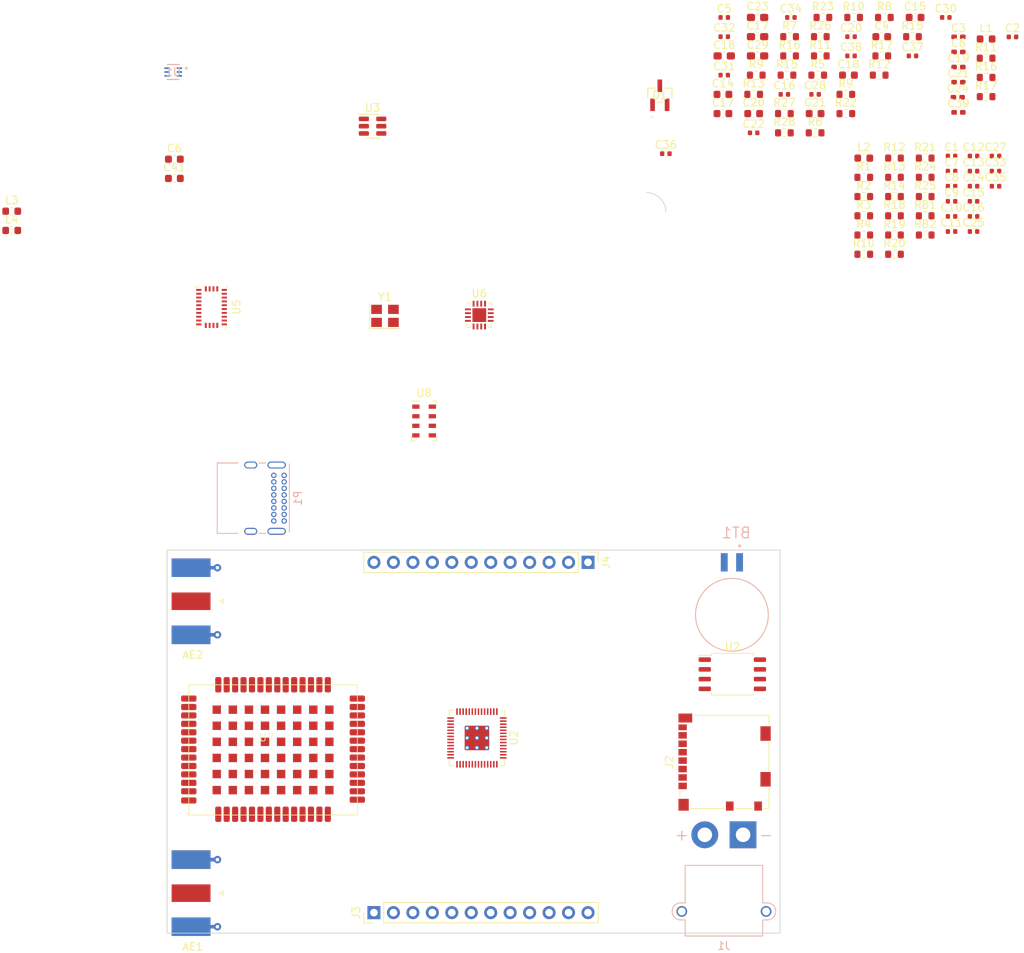
<source format=kicad_pcb>
(kicad_pcb (version 20221018) (generator pcbnew)
  (layers (0 "F.Cu" signal) (1 "In1.Cu" power) (2 "In2.Cu" signal) (31 "B.Cu" signal) (34 "B.Paste" user) (35 "F.Paste" user) (36 "B.SilkS" user "B.Silkscreen") (37 "F.SilkS" user "F.Silkscreen") (38 "B.Mask" user) (39 "F.Mask" user) (44 "Edge.Cuts" user))
  (net 0 "")
  (net 1 "/QSPI_SS")
  (net 2 "+BATT")
  (net 3 "/D0")
  (net 4 "+3.3V")
  (net 8 "Net-(R2-Pad2)")
  (net 9 "Net-(R1-Pad1)")
  (net 10 "GND")
  (net 11 "/D1")
  (net 12 "/D2")
  (net 13 "/D3")
  (net 14 "/D4")
  (net 15 "/D5")
  (net 16 "/D6")
  (net 17 "/D7")
  (net 18 "/D8")
  (net 19 "/D9")
  (net 20 "/D10")
  (net 21 "/D11")
  (net 22 "/D12")
  (net 23 "/D13")
  (net 24 "/D14")
  (net 25 "/D15{slash}CLK IN")
  (net 26 "/D16{slash}CLK OUT")
  (net 27 "Net-(U5-XIN)")
  (net 28 "/A0")
  (net 29 "/A1")
  (net 30 "/A2")
  (net 31 "/A3")
  (net 32 "+3V3")
  (net 33 "VBUS")
  (net 35 "/D+")
  (net 36 "/D-")
  (net 39 "/QSPI_SD1")
  (net 40 "/QSPI_SD2")
  (net 41 "/QSPI_SD0")
  (net 42 "/QSPI_SCLK")
  (net 43 "/QSPI_SD3")
  (net 44 "/SD_CMD")
  (net 45 "Net-(C2-Pad2)")
  (net 46 "Net-(R5-Pad2)")
  (net 47 "+1V1")
  (net 48 "/RESET")
  (net 49 "/SD_DAT0")
  (net 50 "/SD_DAT1")
  (net 51 "/SD_DAT2")
  (net 52 "/SD_DAT3")
  (net 53 "/CLK_OUT")
  (net 54 "/SDA")
  (net 55 "/SCL")
  (net 57 "Net-(R17-Pad2)")
  (net 60 "Net-(C16-Pad2)")
  (net 63 "Net-(R10-Pad1)")
  (net 64 "Net-(R11-Pad2)")
  (net 70 "Net-(C17-Pad1)")
  (net 71 "Net-(C18-Pad2)")
  (net 72 "Net-(P1-CC1)")
  (net 73 "Net-(P1-D+-PadA6)")
  (net 74 "Net-(P1-D--PadA7)")
  (net 76 "Net-(P1-CC2)")
  (net 78 "Net-(D1-K)")
  (net 79 "Net-(U2-~{CS})")
  (net 80 "Net-(C20-Pad1)")
  (net 81 "/V_BCK")
  (net 82 "/GPSRST")
  (net 83 "Net-(U5-XOUT)")
  (net 84 "Net-(R15-Pad2)")
  (net 85 "Net-(U5-USB_DP)")
  (net 86 "Net-(U5-USB_DM)")
  (net 88 "Net-(U6-SENSEA)")
  (net 90 "+6V")
  (net 91 "Net-(C1-Pad1)")
  (net 92 "Net-(U6-SENSEB)")
  (net 93 "Net-(U4-VCC)")
  (net 94 "Net-(U6-TOFF)")
  (net 98 "Net-(U1-BST)")
  (net 99 "Net-(U1-SW)")
  (net 100 "Net-(U1-FB)")
  (net 101 "Net-(U1-EN)")
  (net 102 "Net-(C8-Pad1)")
  (net 103 "Net-(U4-VC)")
  (net 104 "Net-(U4-CN1)")
  (net 105 "Net-(U4-CP1)")
  (net 106 "Net-(U4-CM1)")
  (net 107 "Net-(U4-CM2)")
  (net 108 "Net-(U4-CN2)")
  (net 109 "Net-(U4-CP2)")
  (net 110 "Net-(U4-SW1)")
  (net 111 "Net-(U4-BST1)")
  (net 112 "Net-(U4-BST2)")
  (net 113 "Net-(U4-SW2)")
  (net 114 "Net-(U4-FB)")
  (net 115 "Net-(U4-RUN1)")
  (net 116 "Net-(U4-RUN2)")
  (net 117 "Net-(U4-V1GD)")
  (net 118 "Net-(U4-V2GD)")
  (net 119 "Net-(U4-PGD)")
  (net 120 "Net-(AE1-A)")
  (net 121 "Net-(AE2-A)")
  (footprint "GPS:PX1172RH" (layer "F.Cu") (at 102.83 119.38)
    (fp_text reference "U7" (at 10.16 5.08 unlocked) (layer "F.SilkS") (effects (font (thickness 0.1))))
    (fp_text value "~")
    (pad "1" smd roundrect (at 3.85 15.1 90) (size 2 0.8) (layers "F.Cu" "F.Paste" "F.Mask") (net 10 "GND"))
    (pad "1$" smd rect (at 3.65 1.45) (size 1.1 1.1) (layers "F.Cu" "F.Paste" "F.Mask") (net 10 "GND"))
    (pad "2" smd roundrect (at 4.95 15.1 90) (size 2 0.8) (layers "F.Cu" "F.Paste" "F.Mask") (net 120 "Net-(AE1-A)"))
    (pad "2$" smd rect (at 5.75 1.45) (size 1.1 1.1) (layers "F.Cu" "F.Paste" "F.Mask"))
    (pad "3" smd roundrect (at 6.05 15.1 90) (size 2 0.8) (layers "F.Cu" "F.Paste" "F.Mask") (net 10 "GND"))
    (pad "3$" smd rect (at 7.85 1.45) (size 1.1 1.1) (layers "F.Cu" "F.Paste" "F.Mask"))
    (pad "4" smd roundrect (at 7.15 15.1 90) (size 2 0.8) (layers "F.Cu" "F.Paste" "F.Mask"))
    (pad "4$" smd rect (at 9.95 1.45) (size 1.1 1.1) (layers "F.Cu" "F.Paste" "F.Mask"))
    (pad "5" smd roundrect (at 8.25 15.1 90) (size 2 0.8) (layers "F.Cu" "F.Paste" "F.Mask"))
    (pad "5$" smd rect (at 12.05 1.45) (size 1.1 1.1) (layers "F.Cu" "F.Paste" "F.Mask"))
    (pad "6" smd roundrect (at 9.35 15.1 90) (size 2 0.8) (layers "F.Cu" "F.Paste" "F.Mask"))
    (pad "6$" smd rect (at 14.15 1.45) (size 1.1 1.1) (layers "F.Cu" "F.Paste" "F.Mask"))
    (pad "7" smd roundrect (at 10.45 15.1 90) (size 2 0.8) (layers "F.Cu" "F.Paste" "F.Mask"))
    (pad "7$" smd rect (at 16.25 1.45) (size 1.1 1.1) (layers "F.Cu" "F.Paste" "F.Mask"))
    (pad "8" smd roundrect (at 11.55 15.1 90) (size 2 0.8) (layers "F.Cu" "F.Paste" "F.Mask"))
    (pad "8$" smd rect (at 18.35 1.45) (size 1.1 1.1) (layers "F.Cu" "F.Paste" "F.Mask"))
    (pad "9" smd roundrect (at 12.65 15.1 90) (size 2 0.8) (layers "F.Cu" "F.Paste" "F.Mask"))
    (pad "9$" smd rect (at 3.65 3.55) (size 1.1 1.1) (layers "F.Cu" "F.Paste" "F.Mask"))
    (pad "10" smd roundrect (at 13.75 15.1 90) (size 2 0.8) (layers "F.Cu" "F.Paste" "F.Mask"))
    (pad "10$" smd rect (at 5.75 3.55) (size 1.1 1.1) (layers "F.Cu" "F.Paste" "F.Mask"))
    (pad "11" smd roundrect (at 14.85 15.1 90) (size 2 0.8) (layers "F.Cu" "F.Paste" "F.Mask"))
    (pad "11$" smd rect (at 7.85 3.55) (size 1.1 1.1) (layers "F.Cu" "F.Paste" "F.Mask"))
    (pad "12" smd roundrect (at 15.95 15.1 90) (size 2 0.8) (layers "F.Cu" "F.Paste" "F.Mask") (net 10 "GND"))
    (pad "12$" smd rect (at 9.95 3.55) (size 1.1 1.1) (layers "F.Cu" "F.Paste" "F.Mask"))
    (pad "13" smd roundrect (at 17.05 15.1 90) (size 2 0.8) (layers "F.Cu" "F.Paste" "F.Mask") (net 121 "Net-(AE2-A)"))
    (pad "13$" smd rect (at 12.05 3.55) (size 1.1 1.1) (layers "F.Cu" "F.Paste" "F.Mask"))
    (pad "14" smd roundrect (at 18.15 15.1 90) (size 2 0.8) (layers "F.Cu" "F.Paste" "F.Mask") (net 10 "GND"))
    (pad "14$" smd rect (at 14.15 3.55) (size 1.1 1.1) (layers "F.Cu" "F.Paste" "F.Mask"))
    (pad "15" smd roundrect (at 22 13.2) (size 2 0.8) (layers "F.Cu" "F.Paste" "F.Mask"))
    (pad "15$" smd rect (at 16.25 3.55) (size 1.1 1.1) (layers "F.Cu" "F.Paste" "F.Mask"))
    (pad "16" smd roundrect (at 22 12.1) (size 2 0.8) (layers "F.Cu" "F.Paste" "F.Mask") (net 18 "/D8"))
    (pad "16$" smd rect (at 18.35 3.55) (size 1.1 1.1) (layers "F.Cu" "F.Paste" "F.Mask"))
    (pad "17" smd roundrect (at 22 11) (size 2 0.8) (layers "F.Cu" "F.Paste" "F.Mask") (net 19 "/D9"))
    (pad "17$" smd rect (at 3.65 5.65) (size 1.1 1.1) (layers "F.Cu" "F.Paste" "F.Mask"))
    (pad "18" smd roundrect (at 22 9.9) (size 2 0.8) (layers "F.Cu" "F.Paste" "F.Mask"))
    (pad "18$" smd rect (at 5.75 5.65) (size 1.1 1.1) (layers "F.Cu" "F.Paste" "F.Mask"))
    (pad "19" smd roundrect (at 22 8.8) (size 2 0.8) (layers "F.Cu" "F.Paste" "F.Mask"))
    (pad "19$" smd rect (at 7.85 5.65) (size 1.1 1.1) (layers "F.Cu" "F.Paste" "F.Mask"))
    (pad "20" smd roundrect (at 22 7.7) (size 2 0.8) (layers "F.Cu" "F.Paste" "F.Mask"))
    (pad "20$" smd rect (at 9.95 5.65) (size 1.1 1.1) (layers "F.Cu" "F.Paste" "F.Mask"))
    (pad "21" smd roundrect (at 22 6.6) (size 2 0.8) (layers "F.Cu" "F.Paste" "F.Mask"))
    (pad "21$" smd rect (at 12.05 5.65) (size 1.1 1.1) (layers "F.Cu" "F.Paste" "F.Mask"))
    (pad "22" smd roundrect (at 22 5.5) (size 2 0.8) (layers "F.Cu" "F.Paste" "F.Mask"))
    (pad "22$" smd rect (at 14.15 5.65) (size 1.1 1.1) (layers "F.Cu" "F.Paste" "F.Mask"))
    (pad "23" smd roundrect (at 22 4.4) (size 2 0.8) (layers "F.Cu" "F.Paste" "F.Mask"))
    (pad "23$" smd rect (at 16.25 5.65) (size 1.1 1.1) (layers "F.Cu" "F.Paste" "F.Mask"))
    (pad "24" smd roundrect (at 22 3.3) (size 2 0.8) (layers "F.Cu" "F.Paste" "F.Mask"))
    (pad "24$" smd rect (at 18.35 5.65) (size 1.1 1.1) (layers "F.Cu" "F.Paste" "F.Mask"))
    (pad "25" smd roundrect (at 22 2.2) (size 2 0.8) (layers "F.Cu" "F.Mask"))
    (pad "25$" smd rect (at 3.65 7.75) (size 1.1 1.1) (layers "F.Cu" "F.Paste" "F.Mask"))
    (pad "26" smd roundrect (at 22 1.1) (size 2 0.8) (layers "F.Cu" "F.Paste" "F.Mask"))
    (pad "26$" smd rect (at 5.75 7.75) (size 1.1 1.1) (layers "F.Cu" "F.Paste" "F.Mask"))
    (pad "27" smd roundrect (at 22 0) (size 2 0.8) (layers "F.Cu" "F.Paste" "F.Mask"))
    (pad "27$" smd rect (at 7.85 7.75) (size 1.1 1.1) (layers "F.Cu" "F.Paste" "F.Mask"))
    (pad "28$" smd rect (at 9.95 7.75) (size 1.1 1.1) (layers "F.Cu" "F.Paste" "F.Mask"))
    (pad "29" smd roundrect (at 17.05 -1.8 90) (size 2 0.8) (layers "F.Cu" "F.Paste" "F.Mask"))
    (pad "29" smd roundrect (at 18.15 -1.8 90) (size 2 0.8) (layers "F.Cu" "F.Paste" "F.Mask"))
    (pad "29$" smd rect (at 12.05 7.75) (size 1.1 1.1) (layers "F.Cu" "F.Paste" "F.Mask"))
    (pad "30" smd roundrect (at 15.95 -1.8 90) (size 2 0.8) (layers "F.Cu" "F.Paste" "F.Mask"))
    (pad "30$" smd rect (at 14.15 7.75) (size 1.1 1.1) (layers "F.Cu" "F.Paste" "F.Mask"))
    (pad "31" smd roundrect (at 14.85 -1.8 90) (size 2 0.8) (layers "F.Cu" "F.Paste" "F.Mask"))
    (pad "31$" smd rect (at 16.25 7.75) (size 1.1 1.1) (layers "F.Cu" "F.Paste" "F.Mask"))
    (pad "32" smd roundrect (at 13.75 -1.8 90) (size 2 0.8) (layers "F.Cu" "F.Paste" "F.Mask") (net 10 "GND"))
    (pad "32$" smd rect (at 18.35 7.75) (size 1.1 1.1) (layers "F.Cu" "F.Paste" "F.Mask"))
    (pad "33" smd roundrect (at 12.65 -1.8 90) (size 2 0.8) (layers "F.Cu" "F.Paste" "F.Mask") (net 4 "+3.3V"))
    (pad "33$" smd rect (at 3.65 9.85) (size 1.1 1.1) (layers "F.Cu" "F.Paste" "F.Mask"))
    (pad "34" smd roundrect (at 11.55 -1.8 90) (size 2 0.8) (layers "F.Cu" "F.Paste" "F.Mask") (net 4 "+3.3V"))
    (pad "34$" smd rect (at 5.75 9.85) (size 1.1 1.1) (layers "F.Cu" "F.Paste" "F.Mask"))
    (pad "35" smd roundrect (at 10.45 -1.8 90) (size 2 0.8) (layers "F.Cu" "F.Paste" "F.Mask"))
    (pad "35$" smd rect (at 7.85 9.85) (size 1.1 1.1) (layers "F.Cu" "F.Paste" "F.Mask"))
    (pad "36" smd roundrect (at 9.35 -1.8 90) (size 2 0.8) (layers "F.Cu" "F.Paste" "F.Mask") (net 81 "/V_BCK"))
    (pad "36$" smd rect (at 9.95 9.85) (size 1.1 1.1) (layers "F.Cu" "F.Paste" "F.Mask"))
    (pad "37" smd roundrect (at 8.25 -1.8 90) (size 2 0.8) (layers "F.Cu" "F.Paste" "F.Mask"))
    (pad "37$" smd rect (at 12.05 9.85) (size 1.1 1.1) (layers "F.Cu" "F.Paste" "F.Mask"))
    (pad "38" smd roundrect (at 7.15 -1.8 90) (size 2 0.8) (layers "F.Cu" "F.Paste" "F.Mask"))
    (pad "38$" smd rect (at 14.15 9.85) (size 1.1 1.1) (layers "F.Cu" "F.Paste" "F.Mask"))
    (pad "39" smd roundrect (at 6.05 -1.8 90) (size 2 0.8) (layers "F.Cu" "F.Paste" "F.Mask"))
    (pad "39$" smd rect (at 16.25 9.85) (size 1.1 1.1) (layers "F.Cu" "F.Paste" "F.Mask"))
    (pad "40" smd roundrect (at 4.95 -1.8 90) (size 2 0.8) (layers "F.Cu" "F.Paste" "F.Mask"))
    (pad "40$" smd rect (at 18.35 9.85) (size 1.1 1.1) (layers "F.Cu" "F.Paste" "F.Mask"))
    (pad "41" smd roundrect (at 3.85 -1.8 90) (size 2 0.8) (layers "F.Cu" "F.Paste" "F.Mask"))
    (pad "41$" smd rect (at 3.65 11.95) (size 1.1 1.1) (layers "F.Cu" "F.Paste" "F.Mask"))
    (pad "42" smd roundrect (at 0 0) (size 2 0.8) (layers "F.Cu" "F.Paste" "F.Mask"))
    (pad "42$" smd rect (at 5.75 11.95) (size 1.1 1.1) (layers "F.Cu" "F.Paste" "F.Mask"))
    (pad "43" smd roundrect (at 0 1.1) (size 2 0.8) (layers "F.Cu" "F.Paste" "F.Mask"))
    (pad "43$" smd rect (at 7.85 11.95) (size 1.1 1.1) (layers "F.Cu" "F.Paste" "F.Mask"))
    (pad "44" smd roundrect (at 0 2.2) (size 2 0.8) (layers "F.Cu" "F.Paste" "F.Mask"))
    (pad "44$" smd rect (at 9.95 11.95) (size 1.1 1.1) (layers "F.Cu" "F.Paste" "F.Mask"))
    (pad "45" smd roundrect (at 0 3.3) (size 2 0.8) (layers "F.Cu" "F.Paste" "F.Mask"))
    (pad "45$" smd rect (at 12.05 11.95) (size 1.1 1.1) (layers "F.Cu" "F.Paste" "F.Mask"))
    (pad "46" smd roundrect (at 0 4.4) (size 2 0.8) (layers "F.Cu" "F.Paste" "F.Mask"))
    (pad "46$" smd rect (at 14.15 11.95) (size 1.1 1.1) (layers "F.Cu" "F.Paste" "F.Mask"))
    (pad "47" smd roundrect (at 0 5.5) (size 2 0.8) (layers "F.Cu" "F.Paste" "F.Mask"))
    (pad "47$" smd rect (at 16.25 11.95) (size 1.1 1.1) (layers "F.Cu" "F.Paste" "F.Mask"))
    (pad "48" smd roundrect (at 0 6.6) (size 2 0.8) (layers "F.Cu" "F.Paste" "F.Mask") (net 10 "GND"))
    (pad "48$" smd rect (at 18.35 11.95) (size 1.1 1.1) (layers "F.Cu" "F.Paste" "F.Mask"))
    (pad "49" smd roundrect (at 0 7.7) (size 2 0.8) (layers "F.Cu" "F.Paste" "F.Mask"))
    (pad "50" smd roundrect (at 0 8.8) (size 2 0.8) (layers "F.Cu" "F.Paste" "F.Mask"))
    (pad "51" smd roundrect (at 0 9.9) (size 2 0.8) (layers "F.Cu" "F.Paste" "F.Mask"))
    (pad "52" smd roundrect (at 0 11) (size 2 0.8) (layers "F.Cu" "F.Paste" "F.Mask"))
    (pad "53" smd roundrect (at 0 12.1) (size 2 0.8) (layers "F.Cu" "F.Paste" "F.Mask"))
    (pad "54" smd roundrect (at 0 13.3) (size 2 0.8) (layers "F.Cu" "F.Paste" "F.Mask"))
  )
  (footprint "Capacitor_SMD:C_0402_1005Metric_Pad0.74x0.62mm_HandSolder" (layer "F.Cu") (at 203.2 40.9)
    (fp_text reference "C24" (at 0 -1.16) (layer "F.SilkS"))
    (fp_text value "100n")
    (pad "1" smd roundrect (at -0.5675 0) (size 0.735 0.62) (layers "F.Cu" "F.Paste" "F.Mask") (net 10 "GND"))
    (pad "2" smd roundrect (at 0.5675 0) (size 0.735 0.62) (layers "F.Cu" "F.Paste" "F.Mask") (net 4 "+3.3V"))
  )
  (footprint "Resistor_SMD:R_0603_1608Metric" (layer "F.Cu") (at 184.92 38.01)
    (fp_text reference "R5" (at 0 -1.43) (layer "F.SilkS"))
    (fp_text value "620")
    (pad "1" smd roundrect (at -0.825 0) (size 0.8 0.95) (layers "F.Cu" "F.Paste" "F.Mask") (net 78 "Net-(D1-K)"))
    (pad "2" smd roundrect (at 0.825 0) (size 0.8 0.95) (layers "F.Cu" "F.Paste" "F.Mask") (net 81 "/V_BCK"))
  )
  (footprint "Resistor_SMD:R_0603_1608Metric" (layer "F.Cu") (at 198.95 51.35)
    (fp_text reference "R24" (at 0 -1.43) (layer "F.SilkS"))
    (fp_text value ".33")
    (pad "1" smd roundrect (at -0.825 0) (size 0.8 0.95) (layers "F.Cu" "F.Paste" "F.Mask") (net 88 "Net-(U6-SENSEA)"))
    (pad "2" smd roundrect (at 0.825 0) (size 0.8 0.95) (layers "F.Cu" "F.Paste" "F.Mask") (net 10 "GND"))
  )
  (footprint "Capacitor_SMD:C_0402_1005Metric_Pad0.74x0.62mm_HandSolder" (layer "F.Cu") (at 203.29 36.96)
    (fp_text reference "C19" (at 0 -1.16) (layer "F.SilkS"))
    (fp_text value "22p")
    (pad "1" smd roundrect (at -0.5675 0) (size 0.735 0.62) (layers "F.Cu" "F.Paste" "F.Mask") (net 4 "+3.3V"))
    (pad "2" smd roundrect (at 0.5675 0) (size 0.735 0.62) (layers "F.Cu" "F.Paste" "F.Mask") (net 100 "Net-(U1-FB)"))
  )
  (footprint "Resistor_SMD:R_0603_1608Metric" (layer "F.Cu") (at 194.94 56.37)
    (fp_text reference "R18" (at 0 -1.43) (layer "F.SilkS"))
    (fp_text value "18")
    (pad "1" smd roundrect (at -0.825 0) (size 0.8 0.95) (layers "F.Cu" "F.Paste" "F.Mask") (net 16 "/D6"))
    (pad "2" smd roundrect (at 0.825 0) (size 0.8 0.95) (layers "F.Cu" "F.Paste" "F.Mask") (net 4 "+3.3V"))
  )
  (footprint "Capacitor_SMD:C_0402_1005Metric" (layer "F.Cu") (at 189.27 35.5)
    (fp_text reference "C38" (at 0 -1.16) (layer "F.SilkS"))
    (fp_text value "100n")
    (pad "1" smd roundrect (at -0.48 0) (size 0.56 0.62) (layers "F.Cu" "F.Paste" "F.Mask") (net 4 "+3.3V"))
    (pad "2" smd roundrect (at 0.48 0) (size 0.56 0.62) (layers "F.Cu" "F.Paste" "F.Mask") (net 10 "GND"))
  )
  (footprint "Resistor_SMD:R_0603_1608Metric" (layer "F.Cu") (at 194.94 51.35)
    (fp_text reference "R13" (at 0 -1.43) (layer "F.SilkS"))
    (fp_text value "5.1K")
    (pad "1" smd roundrect (at -0.825 0) (size 0.8 0.95) (layers "F.Cu" "F.Paste" "F.Mask") (net 118 "Net-(U4-V2GD)"))
    (pad "2" smd roundrect (at 0.825 0) (size 0.8 0.95) (layers "F.Cu" "F.Paste" "F.Mask") (net 90 "+6V"))
  )
  (footprint "Capacitor_SMD:C_0402_1005Metric" (layer "F.Cu") (at 165.1 48.26)
    (fp_text reference "C36" (at 0 -1.16) (layer "F.SilkS"))
    (fp_text value "100n")
    (pad "1" smd roundrect (at -0.48 0) (size 0.56 0.62) (layers "F.Cu" "F.Paste" "F.Mask") (net 4 "+3.3V"))
    (pad "2" smd roundrect (at 0.48 0) (size 0.56 0.62) (layers "F.Cu" "F.Paste" "F.Mask") (net 10 "GND"))
  )
  (footprint "Resistor_SMD:R_0603_1608Metric" (layer "F.Cu") (at 190.93 53.86)
    (fp_text reference "R2" (at 0 -1.43) (layer "F.SilkS"))
    (fp_text value "100K")
    (pad "1" smd roundrect (at -0.825 0) (size 0.8 0.95) (layers "F.Cu" "F.Paste" "F.Mask") (net 10 "GND"))
    (pad "2" smd roundrect (at 0.825 0) (size 0.8 0.95) (layers "F.Cu" "F.Paste" "F.Mask") (net 114 "Net-(U4-FB)"))
  )
  (footprint "Capacitor_SMD:C_0603_1608Metric_Pad1.08x0.95mm_HandSolder" (layer "F.Cu") (at 172.72 35.5)
    (fp_text reference "C18" (at 0 -1.43) (layer "F.SilkS"))
    (fp_text value "27p")
    (pad "1" smd roundrect (at -0.8625 0) (size 1.075 0.95) (layers "F.Cu" "F.Paste" "F.Mask") (net 10 "GND"))
    (pad "2" smd roundrect (at 0.8625 0) (size 1.075 0.95) (layers "F.Cu" "F.Paste" "F.Mask") (net 71 "Net-(C18-Pad2)"))
  )
  (footprint "Resistor_SMD:R_0603_1608Metric" (layer "F.Cu") (at 206.9 38.31)
    (fp_text reference "R16" (at 0 -1.43) (layer "F.SilkS"))
    (fp_text value "100K")
    (pad "1" smd roundrect (at -0.825 0) (size 0.8 0.95) (layers "F.Cu" "F.Paste" "F.Mask") (net 101 "Net-(U1-EN)"))
    (pad "2" smd roundrect (at 0.825 0) (size 0.8 0.95) (layers "F.Cu" "F.Paste" "F.Mask") (net 90 "+6V"))
  )
  (footprint "GPS:SMA_Molex_73251-1153_EdgeMount_Horizontal" (layer "F.Cu") (at 104.85 106.68)
    (fp_text reference "AE2" (at -1.5 7) (layer "F.SilkS"))
    (fp_text value "Antenna")
    (pad "1" smd rect (at -1.72 0) (size 5.08 2.29) (layers "F.Cu" "F.Paste" "F.Mask") (net 121 "Net-(AE2-A)"))
    (pad "2" smd rect (at -1.72 -4.38) (size 5.08 2.42) (layers "F.Cu" "F.Paste" "F.Mask"))
    (pad "2" smd rect (at -1.72 -4.38) (size 5.08 2.42) (layers "B.Cu" "B.Paste" "B.Mask"))
    (pad "2" smd rect (at -1.72 4.38) (size 5.08 2.42) (layers "F.Cu" "F.Paste" "F.Mask"))
    (pad "2" smd rect (at -1.72 4.38) (size 5.08 2.42) (layers "B.Cu" "B.Paste" "B.Mask"))
    (pad "2" smd rect (at 1.27 -4.38) (size 0.95 0.46) (layers "F.Cu"))
    (pad "2" smd rect (at 1.27 -4.38) (size 0.95 0.46) (layers "B.Cu"))
    (pad "2" smd rect (at 1.27 4.38) (size 0.95 0.46) (layers "F.Cu"))
    (pad "2" smd rect (at 1.27 4.38) (size 0.95 0.46) (layers "B.Cu"))
    (pad "2" thru_hole circle (at 1.72 -4.38) (size 0.97 0.97) (drill 0.46) (layers "*.Cu"))
    (pad "2" thru_hole circle (at 1.72 4.38) (size 0.97 0.97) (drill 0.46) (layers "*.Cu"))
  )
  (footprint "Resistor_SMD:R_0603_1608Metric" (layer "F.Cu") (at 184.58 45.54)
    (fp_text reference "R6" (at 0 -1.43) (layer "F.SilkS"))
    (fp_text value "1k")
    (pad "1" smd roundrect (at -0.825 0) (size 0.8 0.95) (layers "F.Cu" "F.Paste" "F.Mask") (net 1 "/QSPI_SS"))
    (pad "2" smd roundrect (at 0.825 0) (size 0.8 0.95) (layers "F.Cu" "F.Paste" "F.Mask") (net 79 "Net-(U2-~{CS})"))
  )
  (footprint "Resistor_SMD:R_0603_1608Metric" (layer "F.Cu") (at 198.95 53.86)
    (fp_text reference "R25" (at 0 -1.43) (layer "F.SilkS"))
    (fp_text value ".33")
    (pad "1" smd roundrect (at -0.825 0) (size 0.8 0.95) (layers "F.Cu" "F.Paste" "F.Mask") (net 92 "Net-(U6-SENSEB)"))
    (pad "2" smd roundrect (at 0.825 0) (size 0.8 0.95) (layers "F.Cu" "F.Paste" "F.Mask") (net 10 "GND"))
  )
  (footprint "Capacitor_SMD:C_0603_1608Metric" (layer "F.Cu") (at 188.93 38.01)
    (fp_text reference "C18" (at 0 -1.43) (layer "F.SilkS"))
    (fp_text value "22p")
    (pad "1" smd roundrect (at -0.775 0) (size 0.9 0.95) (layers "F.Cu" "F.Paste" "F.Mask") (net 10 "GND"))
    (pad "2" smd roundrect (at 0.775 0) (size 0.9 0.95) (layers "F.Cu" "F.Paste" "F.Mask") (net 71 "Net-(C18-Pad2)"))
  )
  (footprint "Capacitor_SMD:C_0402_1005Metric" (layer "F.Cu") (at 205.26 48.57)
    (fp_text reference "C12" (at 0 -1.16) (layer "F.SilkS"))
    (fp_text value "10n")
    (pad "1" smd roundrect (at -0.48 0) (size 0.56 0.62) (layers "F.Cu" "F.Paste" "F.Mask") (net 108 "Net-(U4-CN2)"))
    (pad "2" smd roundrect (at 0.48 0) (size 0.56 0.62) (layers "F.Cu" "F.Paste" "F.Mask") (net 109 "Net-(U4-CP2)"))
  )
  (footprint "Capacitor_SMD:C_0603_1608Metric_Pad1.08x0.95mm_HandSolder" (layer "F.Cu") (at 177.07 30.48)
    (fp_text reference "C23" (at 0 -1.43) (layer "F.SilkS"))
    (fp_text value "1u")
    (pad "1" smd roundrect (at -0.8625 0) (size 1.075 0.95) (layers "F.Cu" "F.Paste" "F.Mask") (net 47 "+1V1"))
    (pad "2" smd roundrect (at 0.8625 0) (size 1.075 0.95) (layers "F.Cu" "F.Paste" "F.Mask") (net 10 "GND"))
  )
  (footprint "Capacitor_SMD:C_0603_1608Metric" (layer "F.Cu") (at 172.55 43.03)
    (fp_text reference "C17" (at 0 -1.43) (layer "F.SilkS"))
    (fp_text value "22p")
    (pad "1" smd roundrect (at -0.775 0) (size 0.9 0.95) (layers "F.Cu" "F.Paste" "F.Mask") (net 70 "Net-(C17-Pad1)"))
    (pad "2" smd roundrect (at 0.775 0) (size 0.9 0.95) (layers "F.Cu" "F.Paste" "F.Mask") (net 10 "GND"))
  )
  (footprint "Connector_PinHeader_2.54mm:PinHeader_1x12_P2.54mm_Vertical" (layer "F.Cu") (at 154.94 101.6 -90)
    (fp_text reference "J4" (at 0 -2.33 90) (layer "F.SilkS"))
    (fp_text value "Conn_01x12")
    (pad "1" thru_hole rect (at 0 0 270) (size 1.7 1.7) (drill 1) (layers "*.Cu" "*.Mask") (net 3 "/D0"))
    (pad "2" thru_hole oval (at 0 2.54 270) (size 1.7 1.7) (drill 1) (layers "*.Cu" "*.Mask") (net 11 "/D1"))
    (pad "3" thru_hole oval (at 0 5.08 270) (size 1.7 1.7) (drill 1) (layers "*.Cu" "*.Mask") (net 12 "/D2"))
    (pad "4" thru_hole oval (at 0 7.62 270) (size 1.7 1.7) (drill 1) (layers "*.Cu" "*.Mask") (net 13 "/D3"))
    (pad "5" thru_hole oval (at 0 10.16 270) (size 1.7 1.7) (drill 1) (layers "*.Cu" "*.Mask") (net 14 "/D4"))
    (pad "6" thru_hole oval (at 0 12.7 270) (size 1.7 1.7) (drill 1) (layers "*.Cu" "*.Mask") (net 15 "/D5"))
    (pad "7" thru_hole oval (at 0 15.24 270) (size 1.7 1.7) (drill 1) (layers "*.Cu" "*.Mask") (net 16 "/D6"))
    (pad "8" thru_hole oval (at 0 17.78 270) (size 1.7 1.7) (drill 1) (layers "*.Cu" "*.Mask") (net 17 "/D7"))
    (pad "9" thru_hole oval (at 0 20.32 270) (size 1.7 1.7) (drill 1) (layers "*.Cu" "*.Mask") (net 18 "/D8"))
    (pad "10" thru_hole oval (at 0 22.86 270) (size 1.7 1.7) (drill 1) (layers "*.Cu" "*.Mask") (net 19 "/D9"))
    (pad "11" thru_hole oval (at 0 25.4 270) (size 1.7 1.7) (drill 1) (layers "*.Cu" "*.Mask") (net 20 "/D10"))
    (pad "12" thru_hole oval (at 0 27.94 270) (size 1.7 1.7) (drill 1) (layers "*.Cu" "*.Mask") (net 21 "/D11"))
  )
  (footprint "GPS:SMA_Molex_73251-1153_EdgeMount_Horizontal" (layer "F.Cu") (at 104.85 144.78)
    (fp_text reference "AE1" (at -1.5 7) (layer "F.SilkS"))
    (fp_text value "Antenna")
    (pad "1" smd rect (at -1.72 0) (size 5.08 2.29) (layers "F.Cu" "F.Paste" "F.Mask") (net 120 "Net-(AE1-A)"))
    (pad "2" smd rect (at -1.72 -4.38) (size 5.08 2.42) (layers "F.Cu" "F.Paste" "F.Mask"))
    (pad "2" smd rect (at -1.72 -4.38) (size 5.08 2.42) (layers "B.Cu" "B.Paste" "B.Mask"))
    (pad "2" smd rect (at -1.72 4.38) (size 5.08 2.42) (layers "F.Cu" "F.Paste" "F.Mask"))
    (pad "2" smd rect (at -1.72 4.38) (size 5.08 2.42) (layers "B.Cu" "B.Paste" "B.Mask"))
    (pad "2" smd rect (at 1.27 -4.38) (size 0.95 0.46) (layers "F.Cu"))
    (pad "2" smd rect (at 1.27 -4.38) (size 0.95 0.46) (layers "B.Cu"))
    (pad "2" smd rect (at 1.27 4.38) (size 0.95 0.46) (layers "F.Cu"))
    (pad "2" smd rect (at 1.27 4.38) (size 0.95 0.46) (layers "B.Cu"))
    (pad "2" thru_hole circle (at 1.72 -4.38) (size 0.97 0.97) (drill 0.46) (layers "*.Cu"))
    (pad "2" thru_hole circle (at 1.72 4.38) (size 0.97 0.97) (drill 0.46) (layers "*.Cu"))
  )
  (footprint "Capacitor_SMD:C_0402_1005Metric" (layer "F.Cu") (at 208.13 52.51)
    (fp_text reference "C35" (at 0 -1.16) (layer "F.SilkS"))
    (fp_text value "22u")
    (pad "1" smd roundrect (at -0.48 0) (size 0.56 0.62) (layers "F.Cu" "F.Paste" "F.Mask") (net 90 "+6V"))
    (pad "2" smd roundrect (at 0.48 0) (size 0.56 0.62) (layers "F.Cu" "F.Paste" "F.Mask") (net 10 "GND"))
  )
  (footprint "Capacitor_SMD:C_0603_1608Metric_Pad1.08x0.95mm_HandSolder" (layer "F.Cu") (at 177.07 35.5)
    (fp_text reference "C29" (at 0 -1.43) (layer "F.SilkS"))
    (fp_text value "1u")
    (pad "1" smd roundrect (at -0.8625 0) (size 1.075 0.95) (layers "F.Cu" "F.Paste" "F.Mask") (net 4 "+3.3V"))
    (pad "2" smd roundrect (at 0.8625 0) (size 1.075 0.95) (layers "F.Cu" "F.Paste" "F.Mask") (net 10 "GND"))
  )
  (footprint "Resistor_SMD:R_0603_1608Metric" (layer "F.Cu") (at 198.95 48.84)
    (fp_text reference "R21" (at 0 -1.43) (layer "F.SilkS"))
    (fp_text value "47K")
    (pad "1" smd roundrect (at -0.825 0) (size 0.8 0.95) (layers "F.Cu" "F.Paste" "F.Mask") (net 94 "Net-(U6-TOFF)"))
    (pad "2" smd roundrect (at 0.825 0) (size 0.8 0.95) (layers "F.Cu" "F.Paste" "F.Mask") (net 10 "GND"))
  )
  (footprint "Package_LGA:LGA-28_5.2x3.8mm_P0.5mm" (layer "F.Cu") (at 105.8025 68.29 -90)
    (fp_text reference "U5" (at 0 -3.25 90) (layer "F.SilkS"))
    (fp_text value "BNO085")
    (pad "1" smd rect (at -2.25 -1.6625 270) (size 0.254 0.675) (layers "F.Cu" "F.Paste" "F.Mask"))
    (pad "2" smd rect (at -2.3875 -0.75) (size 0.254 0.675) (layers "F.Cu" "F.Paste" "F.Mask") (net 10 "GND"))
    (pad "3" smd rect (at -2.3875 -0.25) (size 0.254 0.675) (layers "F.Cu" "F.Paste" "F.Mask") (net 32 "+3V3"))
    (pad "4" smd rect (at -2.3875 0.25) (size 0.254 0.675) (layers "F.Cu" "F.Paste" "F.Mask") (net 57 "Net-(R17-Pad2)"))
    (pad "5" smd rect (at -2.3875 0.75) (size 0.254 0.675) (layers "F.Cu" "F.Paste" "F.Mask") (net 10 "GND"))
    (pad "6" smd rect (at -2.25 1.6625 270) (size 0.254 0.675) (layers "F.Cu" "F.Paste" "F.Mask") (net 10 "GND"))
    (pad "7" smd rect (at -1.75 1.6625 270) (size 0.254 0.675) (layers "F.Cu" "F.Paste" "F.Mask"))
    (pad "8" smd rect (at -1.25 1.6625 270) (size 0.254 0.675) (layers "F.Cu" "F.Paste" "F.Mask"))
    (pad "9" smd rect (at -0.75 1.6625 270) (size 0.254 0.675) (layers "F.Cu" "F.Paste" "F.Mask") (net 60 "Net-(C16-Pad2)"))
    (pad "10" smd rect (at -0.25 1.6625 270) (size 0.254 0.675) (layers "F.Cu" "F.Paste" "F.Mask") (net 10 "GND"))
    (pad "11" smd rect (at 0.25 1.6625 270) (size 0.254 0.675) (layers "F.Cu" "F.Paste" "F.Mask") (net 48 "/RESET"))
    (pad "12" smd rect (at 0.75 1.6625 270) (size 0.254 0.675) (layers "F.Cu" "F.Paste" "F.Mask"))
    (pad "13" smd rect (at 1.25 1.6625 270) (size 0.254 0.675) (layers "F.Cu" "F.Paste" "F.Mask"))
    (pad "14" smd rect (at 1.75 1.6625 270) (size 0.254 0.675) (layers "F.Cu" "F.Paste" "F.Mask") (net 10 "GND"))
    (pad "15" smd rect (at 2.25 1.6625 270) (size 0.254 0.675) (layers "F.Cu" "F.Paste" "F.Mask") (net 63 "Net-(R10-Pad1)"))
    (pad "16" smd rect (at 2.3875 0.75) (size 0.254 0.675) (layers "F.Cu" "F.Paste" "F.Mask") (net 64 "Net-(R11-Pad2)"))
    (pad "17" smd rect (at 2.3875 0.25) (size 0.254 0.675) (layers "F.Cu" "F.Paste" "F.Mask") (net 10 "GND"))
    (pad "18" smd rect (at 2.3875 -0.25) (size 0.254 0.675) (layers "F.Cu" "F.Paste" "F.Mask"))
    (pad "19" smd rect (at 2.3875 -0.75) (size 0.254 0.675) (layers "F.Cu" "F.Paste" "F.Mask") (net 55 "/SCL"))
    (pad "20" smd rect (at 2.25 -1.6625 270) (size 0.254 0.675) (layers "F.Cu" "F.Paste" "F.Mask") (net 54 "/SDA"))
    (pad "21" smd rect (at 1.75 -1.6625 270) (size 0.254 0.675) (layers "F.Cu" "F.Paste" "F.Mask"))
    (pad "22" smd rect (at 1.25 -1.6625 270) (size 0.254 0.675) (layers "F.Cu" "F.Paste" "F.Mask"))
    (pad "23" smd rect (at 0.75 -1.6625 270) (size 0.254 0.675) (layers "F.Cu" "F.Paste" "F.Mask"))
    (pad "24" smd rect (at 0.25 -1.6625 270) (size 0.254 0.675) (layers "F.Cu" "F.Paste" "F.Mask"))
    (pad "25" smd rect (at -0.25 -1.6625 270) (size 0.254 0.675) (layers "F.Cu" "F.Paste" "F.Mask") (net 10 "GND"))
    (pad "26" smd rect (at -0.75 -1.6625 270) (size 0.254 0.675) (layers "F.Cu" "F.Paste" "F.Mask") (net 70 "Net-(C17-Pad1)"))
    (pad "27" smd rect (at -1.25 -1.6625 270) (size 0.254 0.675) (layers "F.Cu" "F.Paste" "F.Mask") (net 71 "Net-(C18-Pad2)"))
    (pad "28" smd rect (at -1.75 -1.6625 270) (size 0.254 0.675) (layers "F.Cu" "F.Paste" "F.Mask") (net 32 "+3V3"))
  )
  (footprint "Resistor_SMD:R_0603_1608Metric" (layer "F.Cu") (at 185.26 32.99)
    (fp_text reference "R26" (at 0 -1.43) (layer "F.SilkS"))
    (fp_text value "10k")
    (pad "1" smd roundrect (at -0.825 0) (size 0.8 0.95) (layers "F.Cu" "F.Paste" "F.Mask") (net 32 "+3V3"))
    (pad "2" smd roundrect (at 0.825 0) (size 0.8 0.95) (layers "F.Cu" "F.Paste" "F.Mask") (net 48 "/RESET"))
  )
  (footprint "Package_TO_SOT_SMD:SOT-23-6" (layer "F.Cu") (at 126.82 44.67)
    (fp_text reference "U3" (at 0 -2.4) (layer "F.SilkS"))
    (fp_text value "USBLC6-2SC6")
    (pad "1" smd roundrect (at -1.1375 -0.95) (size 1.325 0.6) (layers "F.Cu" "F.Paste" "F.Mask") (net 36 "/D-"))
    (pad "2" smd roundrect (at -1.1375 0) (size 1.325 0.6) (layers "F.Cu" "F.Paste" "F.Mask") (net 10 "GND"))
    (pad "3" smd roundrect (at -1.1375 0.95) (size 1.325 0.6) (layers "F.Cu" "F.Paste" "F.Mask") (net 35 "/D+"))
    (pad "4" smd roundrect (at 1.1375 0.95) (size 1.325 0.6) (layers "F.Cu" "F.Paste" "F.Mask") (net 74 "Net-(P1-D--PadA7)"))
    (pad "5" smd roundrect (at 1.1375 0) (size 1.325 0.6) (layers "F.Cu" "F.Paste" "F.Mask") (net 33 "VBUS"))
    (pad "6" smd roundrect (at 1.1375 -0.95) (size 1.325 0.6) (layers "F.Cu" "F.Paste" "F.Mask") (net 73 "Net-(P1-D+-PadA6)"))
  )
  (footprint "Capacitor_SMD:C_0402_1005Metric" (layer "F.Cu") (at 202.39 54.48)
    (fp_text reference "C9" (at 0 -1.16) (layer "F.SilkS"))
    (fp_text value "10n")
    (pad "1" smd roundrect (at -0.48 0) (size 0.56 0.62) (layers "F.Cu" "F.Paste" "F.Mask") (net 104 "Net-(U4-CN1)"))
    (pad "2" smd roundrect (at 0.48 0) (size 0.56 0.62) (layers "F.Cu" "F.Paste" "F.Mask") (net 105 "Net-(U4-CP1)"))
  )
  (footprint "Resistor_SMD:R_0603_1608Metric" (layer "F.Cu") (at 197.29 32.99)
    (fp_text reference "R15" (at 0 -1.43) (layer "F.SilkS"))
    (fp_text value "1M")
    (pad "1" smd roundrect (at -0.825 0) (size 0.8 0.95) (layers "F.Cu" "F.Paste" "F.Mask") (net 33 "VBUS"))
    (pad "2" smd roundrect (at 0.825 0) (size 0.8 0.95) (layers "F.Cu" "F.Paste" "F.Mask") (net 84 "Net-(R15-Pad2)"))
  )
  (footprint "Capacitor_SMD:C_0402_1005Metric" (layer "F.Cu") (at 172.72 32.99)
    (fp_text reference "C32" (at 0 -1.16) (layer "F.SilkS"))
    (fp_text value "100n")
    (pad "1" smd roundrect (at -0.48 0) (size 0.56 0.62) (layers "F.Cu" "F.Paste" "F.Mask") (net 4 "+3.3V"))
    (pad "2" smd roundrect (at 0.48 0) (size 0.56 0.62) (layers "F.Cu" "F.Paste" "F.Mask") (net 10 "GND"))
  )
  (footprint "Capacitor_SMD:C_0402_1005Metric" (layer "F.Cu") (at 189.27 32.99)
    (fp_text reference "C20" (at 0 -1.16) (layer "F.SilkS"))
    (fp_text value "100n")
    (pad "1" smd roundrect (at -0.48 0) (size 0.56 0.62) (layers "F.Cu" "F.Paste" "F.Mask") (net 47 "+1V1"))
    (pad "2" smd roundrect (at 0.48 0) (size 0.56 0.62) (layers "F.Cu" "F.Paste" "F.Mask") (net 10 "GND"))
  )
  (footprint "Resistor_SMD:R_0603_1608Metric" (layer "F.Cu") (at 181.25 32.99)
    (fp_text reference "R7" (at 0 -1.43) (layer "F.SilkS"))
    (fp_text value "10k")
    (pad "1" smd roundrect (at -0.825 0) (size 0.8 0.95) (layers "F.Cu" "F.Paste" "F.Mask") (net 4 "+3.3V"))
    (pad "2" smd roundrect (at 0.825 0) (size 0.8 0.95) (layers "F.Cu" "F.Paste" "F.Mask") (net 79 "Net-(U2-~{CS})"))
  )
  (footprint "Resistor_SMD:R_0603_1608Metric" (layer "F.Cu") (at 194.94 58.88)
    (fp_text reference "R19" (at 0 -1.43) (layer "F.SilkS"))
    (fp_text value "18")
    (pad "1" smd roundrect (at -0.825 0) (size 0.8 0.95) (layers "F.Cu" "F.Paste" "F.Mask") (net 17 "/D7"))
    (pad "2" smd roundrect (at 0.825 0) (size 0.8 0.95) (layers "F.Cu" "F.Paste" "F.Mask") (net 4 "+3.3V"))
  )
  (footprint "Capacitor_SMD:C_0402_1005Metric" (layer "F.Cu") (at 205.26 54.48)
    (fp_text reference "C15" (at 0 -1.16) (layer "F.SilkS"))
    (fp_text value "100n")
    (pad "1" smd roundrect (at -0.48 0) (size 0.56 0.62) (layers "F.Cu" "F.Paste" "F.Mask") (net 112 "Net-(U4-BST2)"))
    (pad "2" smd roundrect (at 0.48 0) (size 0.56 0.62) (layers "F.Cu" "F.Paste" "F.Mask") (net 113 "Net-(U4-SW2)"))
  )
  (footprint "Resistor_SMD:R_0603_1608Metric" (layer "F.Cu") (at 176.56 40.52)
    (fp_text reference "R13" (at 0 -1.43) (layer "F.SilkS"))
    (fp_text value "2.2k")
    (pad "1" smd roundrect (at -0.825 0) (size 0.8 0.95) (layers "F.Cu" "F.Paste" "F.Mask") (net 32 "+3V3"))
    (pad "2" smd roundrect (at 0.825 0) (size 0.8 0.95) (layers "F.Cu" "F.Paste" "F.Mask") (net 54 "/SDA"))
  )
  (footprint "Connector_Card:microSD_HC_Molex_104031-0811" (layer "F.Cu") (at 172.74 127.675 90)
    (fp_text reference "J2" (at 0 -7.18 90) (layer "F.SilkS"))
    (fp_text value "Micro_SD_Card_Det")
    (pad "1" smd rect (at -3.105 -5.45 90) (size 0.85 1.1) (layers "F.Cu" "F.Paste" "F.Mask") (net 51 "/SD_DAT2"))
    (pad "2" smd rect (at -2.005 -5.45 90) (size 0.85 1.1) (layers "F.Cu" "F.Paste" "F.Mask") (net 52 "/SD_DAT3"))
    (pad "3" smd rect (at -0.905 -5.45 90) (size 0.85 1.1) (layers "F.Cu" "F.Paste" "F.Mask") (net 44 "/SD_CMD"))
    (pad "4" smd rect (at 0.195 -5.45 90) (size 0.85 1.1) (layers "F.Cu" "F.Paste" "F.Mask") (net 4 "+3.3V"))
    (pad "5" smd rect (at 1.295 -5.45 90) (size 0.85 1.1) (layers "F.Cu" "F.Paste" "F.Mask") (net 53 "/CLK_OUT"))
    (pad "6" smd rect (at 2.395 -5.45 90) (size 0.85 1.1) (layers "F.Cu" "F.Paste" "F.Mask") (net 10 "GND"))
    (pad "7" smd rect (at 3.495 -5.45 90) (size 0.85 1.1) (layers "F.Cu" "F.Paste" "F.Mask") (net 49 "/SD_DAT0"))
    (pad "8" smd rect (at 4.545 -5.45 90) (size 0.75 1.1) (layers "F.Cu" "F.Paste" "F.Mask") (net 50 "/SD_DAT1"))
    (pad "9" smd rect (at -5.74 0.7 90) (size 1.2 1) (layers "F.Cu" "F.Paste" "F.Mask"))
    (pad "10" smd rect (at -5.74 4.4 90) (size 1.2 1) (layers "F.Cu" "F.Paste" "F.Mask"))
    (pad "11" smd rect (at -5.565 -5.325 90) (size 1.55 1.35) (layers "F.Cu" "F.Paste" "F.Mask") (net 10 "GND"))
    (pad "11" smd rect (at -2.24 5.375 90) (size 1.9 1.35) (layers "F.Cu" "F.Paste" "F.Mask") (net 10 "GND"))
    (pad "11" smd rect (at 3.73 5.375 90) (size 1.9 1.35) (layers "F.Cu" "F.Paste" "F.Mask") (net 10 "GND"))
    (pad "11" smd rect (at 5.755 -5.1 90) (size 1.17 1.8) (layers "F.Cu" "F.Paste" "F.Mask") (net 10 "GND"))
  )
  (footprint "Resistor_SMD:R_0603_1608Metric" (layer "F.Cu") (at 188.59 40.52)
    (fp_text reference "R9" (at 0 -1.43) (layer "F.SilkS"))
    (fp_text value "5.1k")
    (pad "1" smd roundrect (at -0.825 0) (size 0.8 0.95) (layers "F.Cu" "F.Paste" "F.Mask") (net 76 "Net-(P1-CC2)"))
    (pad "2" smd roundrect (at 0.825 0) (size 0.8 0.95) (layers "F.Cu" "F.Paste" "F.Mask") (net 10 "GND"))
  )
  (footprint "Capacitor_SMD:C_0402_1005Metric_Pad0.74x0.62mm_HandSolder" (layer "F.Cu") (at 203.29 38.93)
    (fp_text reference "C21" (at 0 -1.16) (layer "F.SilkS"))
    (fp_text value "22u")
    (pad "1" smd roundrect (at -0.5675 0) (size 0.735 0.62) (layers "F.Cu" "F.Paste" "F.Mask") (net 10 "GND"))
    (pad "2" smd roundrect (at 0.5675 0) (size 0.735 0.62) (layers "F.Cu" "F.Paste" "F.Mask") (net 4 "+3.3V"))
  )
  (footprint "Capacitor_SMD:C_0402_1005Metric" (layer "F.Cu") (at 202.39 56.45)
    (fp_text reference "C10" (at 0 -1.16) (layer "F.SilkS"))
    (fp_text value "47n")
    (pad "1" smd roundrect (at -0.48 0) (size 0.56 0.62) (layers "F.Cu" "F.Paste" "F.Mask") (net 33 "VBUS"))
    (pad "2" smd roundrect (at 0.48 0) (size 0.56 0.62) (layers "F.Cu" "F.Paste" "F.Mask") (net 106 "Net-(U4-CM1)"))
  )
  (footprint "Resistor_SMD:R_0603_1608Metric" (layer "F.Cu") (at 206.9 40.82)
    (fp_text reference "R17" (at 0 -1.43) (layer "F.SilkS"))
    (fp_text value "50k")
    (pad "1" smd roundrect (at -0.825 0) (size 0.8 0.95) (layers "F.Cu" "F.Paste" "F.Mask") (net 10 "GND"))
    (pad "2" smd roundrect (at 0.825 0) (size 0.8 0.95) (layers "F.Cu" "F.Paste" "F.Mask") (net 100 "Net-(U1-FB)"))
  )
  (footprint "Resistor_SMD:R_0603_1608Metric" (layer "F.Cu") (at 194.94 48.84)
    (fp_text reference "R12" (at 0 -1.43) (layer "F.SilkS"))
    (fp_text value "5.1K")
    (pad "1" smd roundrect (at -0.825 0) (size 0.8 0.95) (layers "F.Cu" "F.Paste" "F.Mask") (net 117 "Net-(U4-V1GD)"))
    (pad "2" smd roundrect (at 0.825 0) (size 0.8 0.95) (layers "F.Cu" "F.Paste" "F.Mask") (net 90 "+6V"))
  )
  (footprint "Inductor_SMD:L_0603_1608Metric" (layer "F.Cu") (at 79.72 55.77)
    (fp_text reference "L3" (at 0 -1.43) (layer "F.SilkS"))
    (fp_text value "39n")
    (pad "1" smd roundrect (at -0.7875 0) (size 0.875 0.95) (layers "F.Cu" "F.Paste" "F.Mask") (net 121 "Net-(AE2-A)"))
    (pad "2" smd roundrect (at 0.7875 0) (size 0.875 0.95) (layers "F.Cu" "F.Paste" "F.Mask") (net 4 "+3.3V"))
  )
  (footprint "Resistor_SMD:R_0603_1608Metric" (layer "F.Cu") (at 181.25 35.5)
    (fp_text reference "R16" (at 0 -1.43) (layer "F.SilkS"))
    (fp_text value "715k")
    (pad "1" smd roundrect (at -0.825 0) (size 0.8 0.95) (layers "F.Cu" "F.Paste" "F.Mask") (net 84 "Net-(R15-Pad2)"))
    (pad "2" smd roundrect (at 0.825 0) (size 0.8 0.95) (layers "F.Cu" "F.Paste" "F.Mask") (net 10 "GND"))
  )
  (footprint "Capacitor_SMD:C_0402_1005Metric" (layer "F.Cu") (at 181.42 30.48)
    (fp_text reference "C34" (at 0 -1.16) (layer "F.SilkS"))
    (fp_text value "100n")
    (pad "1" smd roundrect (at -0.48 0) (size 0.56 0.62) (layers "F.Cu" "F.Paste" "F.Mask") (net 4 "+3.3V"))
    (pad "2" smd roundrect (at 0.48 0) (size 0.56 0.62) (layers "F.Cu" "F.Paste" "F.Mask") (net 10 "GND"))
  )
  (footprint "Resistor_SMD:R_0603_1608Metric" (layer "F.Cu") (at 194.94 53.86)
    (fp_text reference "R14" (at 0 -1.43) (layer "F.SilkS"))
    (fp_text value "5.1K")
    (pad "1" smd roundrect (at -0.825 0) (size 0.8 0.95) (layers "F.Cu" "F.Paste" "F.Mask") (net 119 "Net-(U4-PGD)"))
    (pad "2" smd roundrect (at 0.825 0) (size 0.8 0.95) (layers "F.Cu" "F.Paste" "F.Mask") (net 90 "+6V"))
  )
  (footprint "Resistor_SMD:R_0603_1608Metric" (layer "F.Cu") (at 185.26 35.5)
    (fp_text reference "R11" (at 0 -1.43) (layer "F.SilkS"))
    (fp_text value "2.2k")
    (pad "1" smd roundrect (at -0.825 0) (size 0.8 0.95) (layers "F.Cu" "F.Paste" "F.Mask") (net 32 "+3V3"))
    (pad "2" smd roundrect (at 0.825 0) (size 0.8 0.95) (layers "F.Cu" "F.Paste" "F.Mask") (net 64 "Net-(R11-Pad2)"))
  )
  (footprint "Capacitor_SMD:C_0402_1005Metric" (layer "F.Cu") (at 205.26 58.42)
    (fp_text reference "C25" (at 0 -1.16) (layer "F.SilkS"))
    (fp_text value "10n")
    (pad "1" smd roundrect (at -0.48 0) (size 0.56 0.62) (layers "F.Cu" "F.Paste" "F.Mask") (net 16 "/D6"))
    (pad "2" smd roundrect (at 0.48 0) (size 0.56 0.62) (layers "F.Cu" "F.Paste" "F.Mask") (net 10 "GND"))
  )
  (footprint "Inductor_SMD:L_0603_1608Metric" (layer "F.Cu") (at 79.72 58.28)
    (fp_text reference "L4" (at 0 -1.43) (layer "F.SilkS"))
    (fp_text value "39n")
    (pad "1" smd roundrect (at -0.7875 0) (size 0.875 0.95) (layers "F.Cu" "F.Paste" "F.Mask") (net 120 "Net-(AE1-A)"))
    (pad "2" smd roundrect (at 0.7875 0) (size 0.875 0.95) (layers "F.Cu" "F.Paste" "F.Mask") (net 4 "+3.3V"))
  )
  (footprint "Custom footprints:RP2040-QFN-56" (layer "F.Cu") (at 140.44 124.52 -90)
    (fp_text reference "U2" (at 0 -4.82 -270) (layer "F.SilkS"))
    (fp_text value "RP2040")
    (pad "1" smd roundrect (at -3.4375 -2.6 270) (size 0.875 0.2) (layers "F.Cu" "F.Paste" "F.Mask") (net 4 "+3.3V"))
    (pad "2" smd roundrect (at -3.4375 -2.2 270) (size 0.875 0.2) (layers "F.Cu" "F.Paste" "F.Mask") (net 3 "/D0"))
    (pad "3" smd roundrect (at -3.4375 -1.8 270) (size 0.875 0.2) (layers "F.Cu" "F.Paste" "F.Mask") (net 11 "/D1"))
    (pad "4" smd roundrect (at -3.4375 -1.4 270) (size 0.875 0.2) (layers "F.Cu" "F.Paste" "F.Mask") (net 12 "/D2"))
    (pad "5" smd roundrect (at -3.4375 -1 270) (size 0.875 0.2) (layers "F.Cu" "F.Paste" "F.Mask") (net 13 "/D3"))
    (pad "6" smd roundrect (at -3.4375 -0.6 270) (size 0.875 0.2) (layers "F.Cu" "F.Paste" "F.Mask") (net 14 "/D4"))
    (pad "7" smd roundrect (at -3.4375 -0.2 270) (size 0.875 0.2) (layers "F.Cu" "F.Paste" "F.Mask") (net 15 "/D5"))
    (pad "8" smd roundrect (at -3.4375 0.2 270) (size 0.875 0.2) (layers "F.Cu" "F.Paste" "F.Mask") (net 16 "/D6"))
    (pad "9" smd roundrect (at -3.4375 0.6 270) (size 0.875 0.2) (layers "F.Cu" "F.Paste" "F.Mask") (net 17 "/D7"))
    (pad "10" smd roundrect (at -3.4375 1 270) (size 0.875 0.2) (layers "F.Cu" "F.Paste" "F.Mask") (net 4 "+3.3V"))
    (pad "11" smd roundrect (at -3.4375 1.4 270) (size 0.875 0.2) (layers "F.Cu" "F.Paste" "F.Mask") (net 18 "/D8"))
    (pad "12" smd roundrect (at -3.4375 1.8 270) (size 0.875 0.2) (layers "F.Cu" "F.Paste" "F.Mask") (net 19 "/D9"))
    (pad "13" smd roundrect (at -3.4375 2.2 270) (size 0.875 0.2) (layers "F.Cu" "F.Paste" "F.Mask") (net 20 "/D10"))
    (pad "14" smd roundrect (at -3.4375 2.6 270) (size 0.875 0.2) (layers "F.Cu" "F.Paste" "F.Mask") (net 21 "/D11"))
    (pad "15" smd roundrect (at -2.6 3.4375 270) (size 0.2 0.875) (layers "F.Cu" "F.Paste" "F.Mask") (net 22 "/D12"))
    (pad "16" smd roundrect (at -2.2 3.4375 270) (size 0.2 0.875) (layers "F.Cu" "F.Paste" "F.Mask") (net 23 "/D13"))
    (pad "17" smd roundrect (at -1.8 3.4375 270) (size 0.2 0.875) (layers "F.Cu" "F.Paste" "F.Mask") (net 24 "/D14"))
    (pad "18" smd roundrect (at -1.4 3.4375 270) (size 0.2 0.875) (layers "F.Cu" "F.Paste" "F.Mask") (net 44 "/SD_CMD"))
    (pad "19" smd roundrect (at -1 3.4375 270) (size 0.2 0.875) (layers "F.Cu" "F.Paste" "F.Mask") (net 10 "GND"))
    (pad "20" smd roundrect (at -0.6 3.4375 270) (size 0.2 0.875) (layers "F.Cu" "F.Paste" "F.Mask") (net 45 "Net-(C2-Pad2)"))
    (pad "21" smd roundrect (at -0.2 3.4375 270) (size 0.2 0.875) (layers "F.Cu" "F.Paste" "F.Mask") (net 46 "Net-(R5-Pad2)"))
    (pad "22" smd roundrect (at 0.2 3.4375 270) (size 0.2 0.875) (layers "F.Cu" "F.Paste" "F.Mask") (net 4 "+3.3V"))
    (pad "23" smd roundrect (at 0.6 3.4375 270) (size 0.2 0.875) (layers "F.Cu" "F.Paste" "F.Mask") (net 47 "+1V1"))
    (pad "24" smd roundrect (at 1 3.4375 270) (size 0.2 0.875) (layers "F.Cu" "F.Paste" "F.Mask"))
    (pad "25" smd roundrect (at 1.4 3.4375 270) (size 0.2 0.875) (layers "F.Cu" "F.Paste" "F.Mask"))
    (pad "26" smd roundrect (at 1.8 3.4375 270) (size 0.2 0.875) (layers "F.Cu" "F.Paste" "F.Mask") (net 48 "/RESET"))
    (pad "27" smd roundrect (at 2.2 3.4375 270) (size 0.2 0.875) (layers "F.Cu" "F.Paste" "F.Mask") (net 49 "/SD_DAT0"))
    (pad "28" smd roundrect (at 2.6 3.4375 270) (size 0.2 0.875) (layers "F.Cu" "F.Paste" "F.Mask") (net 50 "/SD_DAT1"))
    (pad "29" smd roundrect (at 3.4375 2.6 270) (size 0.875 0.2) (layers "F.Cu" "F.Paste" "F.Mask") (net 51 "/SD_DAT2"))
    (pad "30" smd roundrect (at 3.4375 2.2 270) (size 0.875 0.2) (layers "F.Cu" "F.Paste" "F.Mask") (net 52 "/SD_DAT3"))
    (pad "31" smd roundrect (at 3.4375 1.8 270) (size 0.875 0.2) (layers "F.Cu" "F.Paste" "F.Mask") (net 25 "/D15{slash}CLK IN"))
    (pad "32" smd roundrect (at 3.4375 1.4 270) (size 0.875 0.2) (layers "F.Cu" "F.Paste" "F.Mask") (net 26 "/D16{slash}CLK OUT"))
    (pad "33" smd roundrect (at 3.4375 1 270) (size 0.875 0.2) (layers "F.Cu" "F.Paste" "F.Mask") (net 4 "+3.3V"))
    (pad "34" smd roundrect (at 3.4375 0.6 270) (size 0.875 0.2) (layers "F.Cu" "F.Paste" "F.Mask"))
    (pad "35" smd roundrect (at 3.4375 0.2 270) (size 0.875 0.2) (layers "F.Cu" "F.Paste" "F.Mask") (net 53 "/CLK_OUT"))
    (pad "36" smd roundrect (at 3.4375 -0.2 270) (size 0.875 0.2) (layers "F.Cu" "F.Paste" "F.Mask") (net 54 "/SDA"))
    (pad "37" smd roundrect (at 3.4375 -0.6 270) (size 0.875 0.2) (layers "F.Cu" "F.Paste" "F.Mask") (net 55 "/SCL"))
    (pad "38" smd roundrect (at 3.4375 -1 270) (size 0.875 0.2) (layers "F.Cu" "F.Paste" "F.Mask") (net 28 "/A0"))
    (pad "39" smd roundrect (at 3.4375 -1.4 270) (size 0.875 0.2) (layers "F.Cu" "F.Paste" "F.Mask") (net 29 "/A1"))
    (pad "40" smd roundrect (at 3.4375 -1.8 270) (size 0.875 0.2) (layers "F.Cu" "F.Paste" "F.Mask") (net 30 "/A2"))
    (pad "41" smd roundrect (at 3.4375 -2.2 270) (size 0.875 0.2) (layers "F.Cu" "F.Paste" "F.Mask") (net 31 "/A3"))
    (pad "42" smd roundrect (at 3.4375 -2.6 270) (size 0.875 0.2) (layers "F.Cu" "F.Paste" "F.Mask") (net 4 "+3.3V"))
    (pad "43" smd roundrect (at 2.6 -3.4375 270) (size 0.2 0.875) (layers "F.Cu" "F.Paste" "F.Mask") (net 4 "+3.3V"))
    (pad "44" smd roundrect (at 2.2 -3.4375 270) (size 0.2 0.875) (layers "F.Cu" "F.Paste" "F.Mask") (net 4 "+3.3V"))
    (pad "45" smd roundrect (at 1.8 -3.4375 270) (size 0.2 0.875) (layers "F.Cu" "F.Paste" "F.Mask") (net 47 "+1V1"))
    (pad "46" smd roundrect (at 1.4 -3.4375 270) (size 0.2 0.875) (layers "F.Cu" "F.Paste" "F.Mask") (net 8 "Net-(R2-Pad2)"))
    (pad "47" smd roundrect (at 1 -3.4375 270) (size 0.2 0.875) (layers "F.Cu" "F.Paste" "F.Mask") (net 9 "Net-(R1-Pad1)"))
    (pad "48" smd roundrect (at 0.6 -3.4375 270) (size 0.2 0.875) (layers "F.Cu" "F.Paste" "F.Mask") (net 4 "+3.3V"))
    (pad "49" smd roundrect (at 0.2 -3.4375 270) (size 0.2 0.875) (layers "F.Cu" "F.Paste" "F.Mask") (net 4 "+3.3V"))
    (pad "50" smd roundrect (at -0.2 -3.4375 270) (size 0.2 0.875) (layers "F.Cu" "F.Paste" "F.Mask") (net 47 "+1V1"))
    (pad "51" smd roundrect (at -0.6 -3.4375 270) (size 0.2 0.875) (layers "F.Cu" "F.Paste" "F.Mask") (net 43 "/QSPI_SD3"))
    (pad "52" smd roundrect (at -1 -3.4375 270) (size 0.2 0.875) (layers "F.Cu" "F.Paste" "F.Mask") (net 42 "/QSPI_SCLK"))
    (pad "53" smd roundrect (at -1.4 -3.4375 270) (size 0.2 0.875) (layers "F.Cu" "F.Paste" "F.Mask") (net 41 "/QSPI_SD0"))
    (pad "54" smd roundrect (at -1.8 -3.4375 270) (size 0.2 0.875) (layers "F.Cu" "F.Paste" "F.Mask") (net 40 "/QSPI_SD2"))
    (pad "55" smd roundrect (at -2.2 -3.4375 270) (size 0.2 0.875) (layers "F.Cu" "F.Paste" "F.Mask") (net 39 "/QSPI_SD1"))
    (pad "56" smd roundrect (at -2.6 -3.4375 270) (size 0.2 0.875) (layers "F.Cu" "F.Paste" "F.Mask") (net 1 "/QSPI_SS"))
    (pad "57" thru_hole circle (at -1.275 -1.275 270) (size 0.6 0.6) (drill 0.35) (layers "*.Cu") (net 10 "GND"))
    (pad "57" thru_hole circle (at -1.275 0 270) (size 0.6 0.6) (drill 0.35) (layers "*.Cu") (net 10 "GND"))
    (pad "57" thru_hole circle (at -1.275 1.275 270) (size 0.6 0.6) (drill 0.35) (layers "*.Cu") (net 10 "GND"))
    (pad "57" thru_hole circle (at 0 -1.275 270) (size 0.6 0.6) (drill 0.35) (layers "*.Cu") (net 10 "GND"))
    (pad "57" thru_hole circle (at 0 0 270) (size 0.6 0.6) (drill 0.35) (layers "*.Cu") (net 10 "GND"))
    (pad "57" smd roundrect (at 0 0 270) (size 3.2 3.2) (layers "F.Cu" "F.Mask") (roundrect_rratio 0.045) (net 10 "GND"))
    (pad "57" thru_hole circle (at 0 1.275 270) (size 0.6 0.6) (drill 0.35) (layers "*.Cu") (net 10 "GND"))
    (pad "57" thru_hole circle (at 1.275 -1.275 270) (size 0.6 0.6) (drill 0.35) (layers "*.Cu") (net 10 "GND"))
    (pad "57" thru_hole circle (at 1.275 0 270) (size 0.6 0.6) (drill 0.35) (layers "*.Cu") (net 10 "GND"))
    (pad "57" thru_hole circle (at 1.275 1.275 270) (size 0.6 0.6) (drill 0.35) (layers "*.Cu") (net 10 "GND"))
  )
  (footprint "Capacitor_SMD:C_0603_1608Metric" (layer "F.Cu") (at 100.95 48.98)
    (fp_text reference "C6" (at 0 -1.43) (layer "F.SilkS"))
    (fp_text value "22u")
    (pad "1" smd roundrect (at -0.775 0) (size 0.9 0.95) (layers "F.Cu" "F.Paste" "F.Mask") (net 10 "GND"))
    (pad "2" smd roundrect (at 0.775 0) (size 0.9 0.95) (layers "F.Cu" "F.Paste" "F.Mask") (net 33 "VBUS"))
  )
  (footprint "Resistor_SMD:R_0603_1608Metric" (layer "F.Cu") (at 198.95 56.37)
    (fp_text reference "RB1" (at 0 -1.43) (layer "F.SilkS"))
    (fp_text value "100K")
    (pad "1" smd roundrect (at -0.825 0) (size 0.8 0.95) (layers "F.Cu" "F.Paste" "F.Mask") (net 10 "GND"))
    (pad "2" smd roundrect (at 0.825 0) (size 0.8 0.95) (layers "F.Cu" "F.Paste" "F.Mask") (net 115 "Net-(U4-RUN1)"))
  )
  (footprint "Capacitor_SMD:C_0603_1608Metric" (layer "F.Cu") (at 176.56 43.03)
    (fp_text reference "C20" (at 0 -1.43) (layer "F.SilkS"))
    (fp_text value "1u")
    (pad "1" smd roundrect (at -0.775 0) (size 0.9 0.95) (layers "F.Cu" "F.Paste" "F.Mask") (net 80 "Net-(C20-Pad1)"))
    (pad "2" smd roundrect (at 0.775 0) (size 0.9 0.95) (layers "F.Cu" "F.Paste" "F.Mask") (net 10 "GND"))
  )
  (footprint "Resistor_SMD:R_0603_1608Metric" (layer "F.Cu") (at 188.59 43.03)
    (fp_text reference "R22" (at 0 -1.43) (layer "F.SilkS"))
    (fp_text value "27.4")
    (pad "1" smd roundrect (at -0.825 0) (size 0.8 0.95) (layers "F.Cu" "F.Paste" "F.Mask") (net 85 "Net-(U5-USB_DP)"))
    (pad "2" smd roundrect (at 0.825 0) (size 0.8 0.95) (layers "F.Cu" "F.Paste" "F.Mask") (net 35 "/D+"))
  )
  (footprint "Resistor_SMD:R_0603_1608Metric" (layer "F.Cu") (at 190.93 61.39)
    (fp_text reference "R10" (at 0 -1.43) (layer "F.SilkS"))
    (fp_text value "40.2K")
    (pad "1" smd roundrect (at -0.825 0) (size 0.8 0.95) (layers "F.Cu" "F.Paste" "F.Mask") (net 10 "GND"))
    (pad "2" smd roundrect (at 0.825 0) (size 0.8 0.95) (layers "F.Cu" "F.Paste" "F.Mask") (net 102 "Net-(C8-Pad1)"))
  )
  (footprint "Resistor_SMD:R_0603_1608Metric" (layer "F.Cu") (at 189.61 30.48)
    (fp_text reference "R10" (at 0 -1.43) (layer "F.SilkS"))
    (fp_text value "2.2k")
    (pad "1" smd roundrect (at -0.825 0) (size 0.8 0.95) (layers "F.Cu" "F.Paste" "F.Mask") (net 63 "Net-(R10-Pad1)"))
    (pad "2" smd roundrect (at 0.825 0) (size 0.8 0.95) (layers "F.Cu" "F.Paste" "F.Mask") (net 32 "+3V3"))
  )
  (footprint "Inductor_SMD:L_0603_1608Metric" (layer "F.Cu") (at 206.9 33.29)
    (fp_text reference "L1" (at 0 -1.43) (layer "F.SilkS"))
    (fp_text value "4.7u")
    (pad "1" smd roundrect (at -0.7875 0) (size 0.875 0.95) (layers "F.Cu" "F.Paste" "F.Mask") (net 99 "Net-(U1-SW)"))
    (pad "2" smd roundrect (at 0.7875 0) (size 0.875 0.95) (layers "F.Cu" "F.Paste" "F.Mask") (net 4 "+3.3V"))
  )
  (footprint "Resistor_SMD:R_0603_1608Metric" (layer "F.Cu") (at 192.94 38.01)
    (fp_text reference "R12" (at 0 -1.43) (layer "F.SilkS"))
    (fp_text value "2.2k")
    (pad "1" smd roundrect (at -0.825 0) (size 0.8 0.95) (layers "F.Cu" "F.Paste" "F.Mask") (net 55 "/SCL"))
    (pad "2" smd roundrect (at 0.825 0) (size 0.8 0.95) (layers "F.Cu" "F.Paste" "F.Mask") (net 32 "+3V3"))
  )
  (footprint "Resistor_SMD:R_0603_1608Metric" (layer "F.Cu") (at 176.9 38.01)
    (fp_text reference "R9" (at 0 -1.43) (layer "F.SilkS"))
    (fp_text value "10k")
    (pad "1" smd roundrect (at -0.825 0) (size 0.8 0.95) (layers "F.Cu" "F.Paste" "F.Mask") (net 32 "+3V3"))
    (pad "2" smd roundrect (at 0.825 0) (size 0.8 0.95) (layers "F.Cu" "F.Paste" "F.Mask") (net 82 "/GPSRST"))
  )
  (footprint "Resistor_SMD:R_0603_1608Metric" (layer "F.Cu") (at 190.93 51.35)
    (fp_text reference "R1" (at 0 -1.43) (layer "F.SilkS"))
    (fp_text value "500K")
    (pad "1" smd roundrect (at -0.825 0) (size 0.8 0.95) (layers "F.Cu" "F.Paste" "F.Mask") (net 114 "Net-(U4-FB)"))
    (pad "2" smd roundrect (at 0.825 0) (size 0.8 0.95) (layers "F.Cu" "F.Paste" "F.Mask") (net 90 "+6V"))
  )
  (footprint "Capacitor_SMD:C_0402_1005Metric" (layer "F.Cu") (at 202.39 58.42)
    (fp_text reference "C11" (at 0 -1.16) (layer "F.SilkS"))
    (fp_text value "47n")
    (pad "1" smd roundrect (at -0.48 0) (size 0.56 0.62) (layers "F.Cu" "F.Paste" "F.Mask") (net 10 "GND"))
    (pad "2" smd roundrect (at 0.48 0) (size 0.56 0.62) (layers "F.Cu" "F.Paste" "F.Mask") (net 107 "Net-(U4-CM2)"))
  )
  (footprint "Resistor_SMD:R_0603_1608Metric" (layer "F.Cu") (at 190.93 56.37)
    (fp_text reference "R3" (at 0 -1.43) (layer "F.SilkS"))
    (fp_text value "350K")
    (pad "1" smd roundrect (at -0.825 0) (size 0.8 0.95) (layers "F.Cu" "F.Paste" "F.Mask") (net 115 "Net-(U4-RUN1)"))
    (pad "2" smd roundrect (at 0.825 0) (size 0.8 0.95) (layers "F.Cu" "F.Paste" "F.Mask") (net 33 "VBUS"))
  )
  (footprint "Resistor_SMD:R_0603_1608Metric" (layer "F.Cu") (at 185.6 30.48)
    (fp_text reference "R23" (at 0 -1.43) (layer "F.SilkS"))
    (fp_text value "27.4")
    (pad "1" smd roundrect (at -0.825 0) (size 0.8 0.95) (layers "F.Cu" "F.Paste" "F.Mask") (net 36 "/D-"))
    (pad "2" smd roundrect (at 0.825 0) (size 0.8 0.95) (layers "F.Cu" "F.Paste" "F.Mask") (net 86 "Net-(U5-USB_DM)"))
  )
  (footprint "Resistor_SMD:R_0603_1608Metric" (layer "F.Cu") (at 193.62 30.48)
    (fp_text reference "R8" (at 0 -1.43) (layer "F.SilkS"))
    (fp_text value "5.1k")
    (pad "1" smd roundrect (at -0.825 0) (size 0.8 0.95) (layers "F.Cu" "F.Paste" "F.Mask") (net 72 "Net-(P1-CC1)"))
    (pad "2" smd roundrect (at 0.825 0) (size 0.8 0.95) (layers "F.Cu" "F.Paste" "F.Mask") (net 10 "GND"))
  )
  (footprint "Capacitor_SMD:C_0603_1608Metric_Pad1.08x0.95mm_HandSolder" (layer "F.Cu") (at 177.07 32.99)
    (fp_text reference "C17" (at 0 -1.43) (layer "F.SilkS"))
    (fp_text value "27p")
    (pad "1" smd roundrect (at -0.8625 0) (size 1.075 0.95) (layers "F.Cu" "F.Paste" "F.Mask") (net 10 "GND"))
    (pad "2" smd roundrect (at 0.8625 0) (size 1.075 0.95) (layers "F.Cu" "F.Paste" "F.Mask") (net 27 "Net-(U5-XIN)"))
  )
  (footprint "Capacitor_SMD:C_0402_1005Metric" (layer "F.Cu") (at 208.13 48.57)
    (fp_text reference "C27" (at 0 -1.16) (layer "F.SilkS"))
    (fp_text value "1n")
    (pad "1" smd roundrect (at -0.48 0) (size 0.56 0.62) (layers "F.Cu" "F.Paste" "F.Mask") (net 17 "/D7"))
    (pad "2" smd roundrect (at 0.48 0) (size 0.56 0.62) (layers "F.Cu" "F.Paste" "F.Mask") (net 10 "GND"))
  )
  (footprint "Package_LGA:LGA-8_3x5mm_P1.25mm" (layer "F.Cu") (at 133.545 83.155)
    (fp_text reference "U8" (at 0 -3.65) (layer "F.SilkS"))
    (fp_text value "MS5607-02BA")
    (pad "1" smd rect (at -1.075 -1.875) (size 0.95 0.55) (layers "F.Cu" "F.Paste" "F.Mask") (net 4 "+3.3V"))
    (pad "2" smd rect (at -1.075 -0.625) (size 0.95 0.55) (layers "F.Cu" "F.Paste" "F.Mask") (net 4 "+3.3V"))
    (pad "3" smd rect (at -1.075 0.625) (size 0.95 0.55) (layers "F.Cu" "F.Paste" "F.Mask") (net 10 "GND"))
    (pad "4" smd rect (at -1.075 1.875) (size 0.95 0.55) (layers "F.Cu" "F.Paste" "F.Mask") (net 10 "GND"))
    (pad "5" smd rect (at 1.075 1.875) (size 0.95 0.55) (layers "F.Cu" "F.Paste" "F.Mask") (net 10 "GND"))
    (pad "6" smd rect (at 1.075 0.625) (size 0.95 0.55) (layers "F.Cu" "F.Paste" "F.Mask"))
    (pad "7" smd rect (at 1.075 -0.625) (size 0.95 0.55) (layers "F.Cu" "F.Paste" "F.Mask") (net 3 "/D0"))
    (pad "8" smd rect (at 1.075 -1.875) (size 0.95 0.55) (layers "F.Cu" "F.Paste" "F.Mask") (net 11 "/D1"))
  )
  (footprint "Capacitor_SMD:C_0402_1005Metric" (layer "F.Cu") (at 172.72 30.48)
    (fp_text reference "C5" (at 0 -1.16) (layer "F.SilkS"))
    (fp_text value "100n")
    (pad "1" smd roundrect (at -0.48 0) (size 0.56 0.62) (layers "F.Cu" "F.Paste" "F.Mask") (net 4 "+3.3V"))
    (pad "2" smd roundrect (at 0.48 0) (size 0.56 0.62) (layers "F.Cu" "F.Paste" "F.Mask") (net 10 "GND"))
  )
  (footprint "Capacitor_SMD:C_0402_1005Metric" (layer "F.Cu") (at 184.58 40.52)
    (fp_text reference "C28" (at 0 -1.16) (layer "F.SilkS"))
    (fp_text value "100n")
    (pad "1" smd roundrect (at -0.48 0) (size 0.56 0.62) (layers "F.Cu" "F.Paste" "F.Mask") (net 4 "+3.3V"))
    (pad "2" smd roundrect (at 0.48 0) (size 0.56 0.62) (layers "F.Cu" "F.Paste" "F.Mask") (net 10 "GND"))
  )
  (footprint "Capacitor_SMD:C_0402_1005Metric" (layer "F.Cu") (at 205.26 52.51)
    (fp_text reference "C14" (at 0 -1.16) (layer "F.SilkS"))
    (fp_text value "100u")
    (pad "1" smd roundrect (at -0.48 0) (size 0.56 0.62) (layers "F.Cu" "F.Paste" "F.Mask") (net 90 "+6V"))
    (pad "2" smd roundrect (at 0.48 0) (size 0.56 0.62) (layers "F.Cu" "F.Paste" "F.Mask") (net 10 "GND"))
  )
  (footprint "Resistor_SMD:R_0603_1608Metric" (layer "F.Cu") (at 206.9 35.8)
    (fp_text reference "R11" (at 0 -1.43) (layer "F.SilkS"))
    (fp_text value "225k")
    (pad "1" smd roundrect (at -0.825 0) (size 0.8 0.95) (layers "F.Cu" "F.Paste" "F.Mask") (net 100 "Net-(U1-FB)"))
    (pad "2" smd roundrect (at 0.825 0) (size 0.8 0.95) (layers "F.Cu" "F.Paste" "F.Mask") (net 4 "+3.3V"))
  )
  (footprint "Capacitor_SMD:C_0402_1005Metric_Pad0.74x0.62mm_HandSolder" (layer "F.Cu") (at 203.29 34.99)
    (fp_text reference "C6" (at 0 -1.16) (layer "F.SilkS"))
    (fp_text value "22U")
    (pad "1" smd roundrect (at -0.5675 0) (size 0.735 0.62) (layers "F.Cu" "F.Paste" "F.Mask") (net 33 "VBUS"))
    (pad "2" smd roundrect (at 0.5675 0) (size 0.735 0.62) (layers "F.Cu" "F.Paste" "F.Mask") (net 10 "GND"))
  )
  (footprint "Capacitor_SMD:C_0402_1005Metric" (layer "F.Cu") (at 202.39 52.51)
    (fp_text reference "C8" (at 0 -1.16) (layer "F.SilkS"))
    (fp_text value "1.8n")
    (pad "1" smd roundrect (at -0.48 0) (size 0.56 0.62) (layers "F.Cu" "F.Paste" "F.Mask") (net 102 "Net-(C8-Pad1)"))
    (pad "2" smd roundrect (at 0.48 0) (size 0.56 0.62) (layers "F.Cu" "F.Paste" "F.Mask") (net 103 "Net-(U4-VC)"))
  )
  (footprint "Resistor_SMD:R_0603_1608Metric" (layer "F.Cu") (at 180.91 38.01)
    (fp_text reference "R15" (at 0 -1.43) (layer "F.SilkS"))
    (fp_text value "1k")
    (pad "1" smd roundrect (at -0.825 0) (size 0.8 0.95) (layers "F.Cu" "F.Paste" "F.Mask") (net 71 "Net-(C18-Pad2)"))
    (pad "2" smd roundrect (at 0.825 0) (size 0.8 0.95) (layers "F.Cu" "F.Paste" "F.Mask") (net 83 "Net-(U5-XOUT)"))
  )
  (footprint "Capacitor_SMD:C_0603_1608Metric" (layer "F.Cu") (at 172.55 40.52)
    (fp_text reference "C14" (at 0 -1.43) (layer "F.SilkS"))
    (fp_text value "10u")
    (pad "1" smd roundrect (at -0.775 0) (size 0.9 0.95) (layers "F.Cu" "F.Paste" "F.Mask") (net 80 "Net-(C20-Pad1)"))
    (pad "2" smd roundrect (at 0.775 0) (size 0.9 0.95) (layers "F.Cu" "F.Paste" "F.Mask") (net 10 "GND"))
  )
  (footprint "Capacitor_SMD:C_0402_1005Metric" (layer "F.Cu") (at 205.26 56.45)
    (fp_text reference "C16" (at 0 -1.16) (layer "F.SilkS"))
    (fp_text value "22U")
    (pad "1" smd roundrect (at -0.48 0) (size 0.56 0.62) (layers "F.Cu" "F.Paste" "F.Mask") (net 10 "GND"))
    (pad "2" smd roundrect (at 0.48 0) (size 0.56 0.62) (layers "F.Cu" "F.Paste" "F.Mask") (net 2 "+BATT"))
  )
  (footprint "Capacitor_SMD:C_0402_1005Metric" (layer "F.Cu") (at 201.64 30.48)
    (fp_text reference "C30" (at 0 -1.16) (layer "F.SilkS"))
    (fp_text value "100n")
    (pad "1" smd roundrect (at -0.48 0) (size 0.56 0.62) (layers "F.Cu" "F.Paste" "F.Mask") (net 4 "+3.3V"))
    (pad "2" smd roundrect (at 0.48 0) (size 0.56 0.62) (layers "F.Cu" "F.Paste" "F.Mask") (net 10 "GND"))
  )
  (footprint "Capacitor_SMD:C_0603_1608Metric" (layer "F.Cu") (at 193.28 32.99)
    (fp_text reference "C4" (at 0 -1.43) (layer "F.SilkS"))
    (fp_text value "1u")
    (pad "1" smd roundrect (at -0.775 0) (size 0.9 0.95) (layers "F.Cu" "F.Paste" "F.Mask") (net 81 "/V_BCK"))
    (pad "2" smd roundrect (at 0.775 0) (size 0.9 0.95) (layers "F.Cu" "F.Paste" "F.Mask") (net 10 "GND"))
  )
  (footprint "Capacitor_SMD:C_0402_1005Metric" (layer "F.Cu") (at 202.39 50.54)
    (fp_text reference "C7" (at 0 -1.16) (layer "F.SilkS"))
    (fp_text value "4.7u")
    (pad "1" smd roundrect (at -0.48 0) (size 0.56 0.62) (layers "F.Cu" "F.Paste" "F.Mask") (net 93 "Net-(U4-VCC)"))
    (pad "2" smd roundrect (at 0.48 0) (size 0.56 0.62) (layers "F.Cu" "F.Paste" "F.Mask") (net 10 "GND"))
  )
  (footprint "Capacitor_SMD:C_0402_1005Metric_Pad0.74x0.62mm_HandSolder" (layer "F.Cu") (at 203.29 42.87)
    (fp_text reference "C39" (at 0 -1.16) (layer "F.SilkS"))
    (fp_text value "100n")
    (pad "1" smd roundrect (at -0.5675 0) (size 0.735 0.62) (layers "F.Cu" "F.Paste" "F.Mask") (net 90 "+6V"))
    (pad "2" smd roundrect (at 0.5675 0) (size 0.735 0.62) (layers "F.Cu" "F.Paste" "F.Mask") (net 10 "GND"))
  )
  (footprint "Capacitor_SMD:C_0603_1608Metric" (layer "F.Cu") (at 184.58 43.03)
    (fp_text reference "C21" (at 0 -1.43) (layer "F.SilkS"))
    (fp_text value "2.2u")
    (pad "1" smd roundrect (at -0.775 0) (size 0.9 0.95) (layers "F.Cu" "F.Paste" "F.Mask") (net 33 "VBUS"))
    (pad "2" smd roundrect (at 0.775 0) (size 0.9 0.95) (layers "F.Cu" "F.Paste" "F.Mask") (net 10 "GND"))
  )
  (footprint "Capacitor_SMD:C_0402_1005Metric" (layer "F.Cu") (at 205.26 50.54)
    (fp_text reference "C13" (at 0 -1.16) (layer "F.SilkS"))
    (fp_text value "100n")
    (pad "1" smd roundrect (at -0.48 0) (size 0.56 0.62) (layers "F.Cu" "F.Paste" "F.Mask") (net 110 "Net-(U4-SW1)"))
    (pad "2" smd roundrect (at 0.48 0) (size 0.56 0.62) (layers "F.Cu" "F.Paste" "F.Mask") (net 111 "Net-(U4-BST1)"))
  )
  (footprint "Capacitor_SMD:C_0402_1005Metric_Pad0.74x0.62mm_HandSolder" (layer "F.Cu") (at 203.29 33.02)
    (fp_text reference "C3" (at 0 -1.16) (layer "F.SilkS"))
    (fp_text value "100n")
    (pad "1" smd roundrect (at -0.5675 0) (size 0.735 0.62) (layers "F.Cu" "F.Paste" "F.Mask") (net 98 "Net-(U1-BST)"))
    (pad "2" smd roundrect (at 0.5675 0) (size 0.735 0.62) (layers "F.Cu" "F.Paste" "F.Mask") (net 99 "Net-(U1-SW)"))
  )
  (footprint "Resistor_SMD:R_0603_1608Metric" (layer "F.Cu") (at 198.95 58.88)
    (fp_text reference "RB2" (at 0 -1.43) (layer "F.SilkS"))
    (fp_text value "100K")
    (pad "1" smd roundrect (at -0.825 0) (size 0.8 0.95) (layers "F.Cu" "F.Paste" "F.Mask") (net 10 "GND"))
    (pad "2" smd roundrect (at 0.825 0) (size 0.8 0.95) (layers "F.Cu" "F.Paste" "F.Mask") (net 116 "Net-(U4-RUN2)"))
  )
  (footprint "Capacitor_SMD:C_0402_1005Metric" (layer "F.Cu") (at 176.56 45.54)
    (fp_text reference "C22" (at 0 -1.16) (layer "F.SilkS"))
    (fp_text value "100n")
    (pad "1" smd roundrect (at -0.48 0) (size 0.56 0.62) (layers "F.Cu" "F.Paste" "F.Mask") (net 47 "+1V1"))
    (pad "2" smd roundrect (at 0.48 0) (size 0.56 0.62) (layers "F.Cu" "F.Paste" "F.Mask") (net 10 "GND"))
  )
  (footprint "GPS:DIO_RB400DFH_ROM-M" (layer "F.Cu") (at 164.3125 40.64)
    (fp_text reference "D1" (at 0 0 unlocked) (layer "F.SilkS"))
    (fp_text value "D_Small")
    (pad "1" smd rect (at -0.950001 1.2446) (size 0.6096 1.6256) (layers "F.Cu" "F.Paste" "F.Mask") (net 78 "Net-(D1-K)"))
    (pad "2" smd rect (at 0.950001 1.2446) (size 0.6096 1.6256) (layers "F.Cu" "F.Paste" "F.Mask") (net 32 "+3V3"))
    (pad "3" smd rect (at 0 -1.2446) (size 0.6096 1.6256) (layers "F.Cu" "F.Paste" "F.Mask"))
  )
  (footprint "Package_SO:SOIC-8_5.23x5.23mm_P1.27mm" (layer "F.Cu") (at 173.78 116.205)
    (fp_text reference "U2" (at 0 -3.56) (layer "F.SilkS"))
    (fp_text value "W25Q128JVS")
    (pad "1" smd roundrect (at -3.6 -1.905) (size 1.6 0.6) (layers "F.Cu" "F.Paste" "F.Mask") (net 79 "Net-(U2-~{CS})"))
    (pad "2" smd roundrect (at -3.6 -0.635) (size 1.6 0.6) (layers "F.Cu" "F.Paste" "F.Mask") (net 39 "/QSPI_SD1"))
    (pad "3" smd roundrect (at -3.6 0.635) (size 1.6 0.6) (layers "F.Cu" "F.Paste" "F.Mask") (net 40 "/QSPI_SD2"))
    (pad "4" smd roundrect (at -3.6 1.905) (size 1.6 0.6) (layers "F.Cu" "F.Paste" "F.Mask") (net 10 "GND"))
    (pad "5" smd roundrect (at 3.6 1.905) (size 1.6 0.6) (layers "F.Cu" "F.Paste" "F.Mask") (net 41 "/QSPI_SD0"))
    (pad "6" smd roundrect (at 3.6 0.635) (size 1.6 0.6) (layers "F.Cu" "F.Paste" "F.Mask") (net 42 "/QSPI_SCLK"))
    (pad "7" smd roundrect (at 3.6 -0.635) (size 1.6 0.6) (layers "F.Cu" "F.Paste" "F.Mask") (net 43 "/QSPI_SD3"))
    (pad "8" smd roundrect (at 3.6 -1.905) (size 1.6 0.6) (layers "F.Cu" "F.Paste" "F.Mask") (net 4 "+3.3V"))
  )
  (footprint "Resistor_SMD:R_0603_1608Metric" (layer "F.Cu") (at 190.93 58.88)
    (fp_text reference "R4" (at 0 -1.43) (layer "F.SilkS"))
    (fp_text value "510K")
    (pad "1" smd roundrect (at -0.825 0) (size 0.8 0.95) (layers "F.Cu" "F.Paste" "F.Mask") (net 116 "Net-(U4-RUN2)"))
    (pad "2" smd roundrect (at 0.825 0) (size 0.8 0.95) (layers "F.Cu" "F.Paste" "F.Mask") (net 33 "VBUS"))
  )
  (footprint "Capacitor_SMD:C_0402_1005Metric" (layer "F.Cu") (at 202.39 48.57)
    (fp_text reference "C1" (at 0 -1.16) (layer "F.SilkS"))
    (fp_text value "22n")
    (pad "1" smd roundrect (at -0.48 0) (size 0.56 0.62) (layers "F.Cu" "F.Paste" "F.Mask") (net 91 "Net-(C1-Pad1)"))
    (pad "2" smd roundrect (at 0.48 0) (size 0.56 0.62) (layers "F.Cu" "F.Paste" "F.Mask") (net 10 "GND"))
  )
  (footprint "Capacitor_SMD:C_0603_1608Metric" (layer "F.Cu") (at 197.63 30.48)
    (fp_text reference "C15" (at 0 -1.43) (layer "F.SilkS"))
    (fp_text value "4.7u")
    (pad "1" smd roundrect (at -0.775 0) (size 0.9 0.95) (layers "F.Cu" "F.Paste" "F.Mask") (net 10 "GND"))
    (pad "2" smd roundrect (at 0.775 0) (size 0.9 0.95) (layers "F.Cu" "F.Paste" "F.Mask") (net 4 "+3.3V"))
  )
  (footprint "Capacitor_SMD:C_0402_1005Metric" (layer "F.Cu") (at 172.72 38.01)
    (fp_text reference "C31" (at 0 -1.16) (layer "F.SilkS"))
    (fp_text value "100n")
    (pad "1" smd roundrect (at -0.48 0) (size 0.56 0.62) (layers "F.Cu" "F.Paste" "F.Mask") (net 4 "+3.3V"))
    (pad "2" smd roundrect (at 0.48 0) (size 0.56 0.62) (layers "F.Cu" "F.Paste" "F.Mask") (net 10 "GND"))
  )
  (footprint "Connector_PinHeader_2.54mm:PinHeader_1x12_P2.54mm_Vertical" (layer "F.Cu") (at 127 147.32 90)
    (fp_text reference "J3" (at 0 -2.33 90) (layer "F.SilkS"))
    (fp_text value "Conn_01x12")
    (pad "1" thru_hole rect (at 0 0 90) (size 1.7 1.7) (drill 1) (layers "*.Cu" "*.Mask") (net 22 "/D12"))
    (pad "2" thru_hole oval (at 0 2.54 90) (size 1.7 1.7) (drill 1) (layers "*.Cu" "*.Mask") (net 23 "/D13"))
    (pad "3" thru_hole oval (at 0 5.08 90) (size 1.7 1.7) (drill 1) (layers "*.Cu" "*.Mask") (net 24 "/D14"))
    (pad "4" thru_hole oval (at 0 7.62 90) (size 1.7 1.7) (drill 1) (layers "*.Cu" "*.Mask") (net 25 "/D15{slash}CLK IN"))
    (pad "5" thru_hole oval (at 0 10.16 90) (size 1.7 1.7) (drill 1) (layers "*.Cu" "*.Mask") (net 26 "/D16{slash}CLK OUT"))
    (pad "6" thru_hole oval (at 0 12.7 90) (size 1.7 1.7) (drill 1) (layers "*.Cu" "*.Mask"))
    (pad "7" thru_hole oval (at 0 15.24 90) (size 1.7 1.7) (drill 1) (layers "*.Cu" "*.Mask") (net 28 "/A0"))
    (pad "8" thru_hole oval (at 0 17.78 90) (size 1.7 1.7) (drill 1) (layers "*.Cu" "*.Mask") (net 29 "/A1"))
    (pad "9" thru_hole oval (at 0 20.32 90) (size 1.7 1.7) (drill 1) (layers "*.Cu" "*.Mask") (net 30 "/A2"))
    (pad "10" thru_hole oval (at 0 22.86 90) (size 1.7 1.7) (drill 1) (layers "*.Cu" "*.Mask") (net 31 "/A3"))
    (pad "11" thru_hole oval (at 0 25.4 90) (size 1.7 1.7) (drill 1) (layers "*.Cu" "*.Mask") (net 10 "GND"))
    (pad "12" thru_hole oval (at 0 27.94 90) (size 1.7 1.7) (drill 1) (layers "*.Cu" "*.Mask") (net 32 "+3V3"))
  )
  (footprint "Resistor_SMD:R_0603_1608Metric" (layer "F.Cu") (at 194.94 61.39)
    (fp_text reference "R20" (at 0 -1.43) (layer "F.SilkS"))
    (fp_text value "1K")
    (pad "1" smd roundrect (at -0.825 0) (size 0.8 0.95) (layers "F.Cu" "F.Paste" "F.Mask") (net 94 "Net-(U6-TOFF)"))
    (pad "2" smd roundrect (at 0.825 0) (size 0.8 0.95) (layers "F.Cu" "F.Paste" "F.Mask") (net 91 "Net-(C1-Pad1)"))
  )
  (footprint "Package_DFN_QFN:VQFN-16-1EP_3x3mm_P0.5mm_EP1.8x1.8mm" (layer "F.Cu") (at 140.7525 69.33)
    (fp_text reference "U6" (at 0 -2.82) (layer "F.SilkS"))
    (fp_text value "STSPIN220")
    (pad "1" smd roundrect (at -1.4875 -0.75) (size 0.775 0.25) (layers "F.Cu" "F.Paste" "F.Mask") (net 14 "/D4"))
    (pad "2" smd roundrect (at -1.4875 -0.25) (size 0.775 0.25) (layers "F.Cu" "F.Paste" "F.Mask") (net 15 "/D5"))
    (pad "3" smd roundrect (at -1.4875 0.25) (size 0.775 0.25) (layers "F.Cu" "F.Paste" "F.Mask"))
    (pad "4" smd roundrect (at -1.4875 0.75) (size 0.775 0.25) (layers "F.Cu" "F.Paste" "F.Mask") (net 88 "Net-(U6-SENSEA)"))
    (pad "5" smd roundrect (at -0.75 1.4875) (size 0.25 0.775) (layers "F.Cu" "F.Paste" "F.Mask"))
    (pad "6" smd roundrect (at -0.25 1.4875) (size 0.25 0.775) (layers "F.Cu" "F.Paste" "F.Mask") (net 90 "+6V"))
    (pad "7" smd roundrect (at 0.25 1.4875) (size 0.25 0.775) (layers "F.Cu" "F.Paste" "F.Mask") (net 10 "GND"))
    (pad "8" smd roundrect (at 0.75 1.4875) (size 0.25 0.775) (layers "F.Cu" "F.Paste" "F.Mask"))
    (pad "9" smd roundrect (at 1.4875 0.75) (size 0.775 0.25) (layers "F.Cu" "F.Paste" "F.Mask") (net 92 "Net-(U6-SENSEB)"))
    (pad "10" smd roundrect (at 1.4875 0.25) (size 0.775 0.25) (layers "F.Cu" "F.Paste" "F.Mask"))
    (pad "11" smd roundrect (at 1.4875 -0.25) (size 0.775 0.25) (layers "F.Cu" "F.Paste" "F.Mask") (net 31 "/A3"))
    (pad "12" smd roundrect (at 1.4875 -0.75) (size 0.775 0.25) (layers "F.Cu" "F.Paste" "F.Mask") (net 94 "Net-(U6-TOFF)"))
    (pad "13" smd roundrect (at 0.75 -1.4875) (size 0.25 0.775) (layers "F.Cu" "F.Paste" "F.Mask") (net 16 "/D6"))
    (pad "14" smd roundrect (at 0.25 -1.4875) (size 0.25 0.775) (layers "F.Cu" "F.Paste" "F.Mask") (net 17 "/D7"))
    (pad "15" smd roundrect (at -0.25 -1.4875) (size 0.25 0.775) (layers "F.Cu" "F.Paste" "F.Mask"))
    (pad "16" smd roundrect (at -0.75 -1.4875) (size 0.25 0.775) (layers "F.Cu" "F.Paste" "F.Mask"))
    (pad "17" smd rect (at 0 0) (size 1.8 1.8) (layers "F.Cu" "F.Mask") (net 10 "GND"))
  )
  (footprint "Resistor_SMD:R_0603_1608Metric" (layer "F.Cu") (at 180.57 43.03)
    (fp_text reference "R27" (at 0 -1.43) (layer "F.SilkS"))
    (fp_text value "10k")
    (pad "1" smd roundrect (at -0.825 0) (size 0.8 0.95) (layers "F.Cu" "F.Paste" "F.Mask") (net 4 "+3.3V"))
    (pad "2" smd roundrect (at 0.825 0) (size 0.8 0.95) (layers "F.Cu" "F.Paste" "F.Mask") (net 3 "/D0"))
  )
  (footprint "Resistor_SMD:R_0603_1608Metric" (layer "F.Cu") (at 193.28 35.5)
    (fp_text reference "R17" (at 0 -1.43) (layer "F.SilkS"))
    (fp_text value "10k")
    (pad "1" smd roundrect (at -0.825 0) (size 0.8 0.95) (layers "F.Cu" "F.Paste" "F.Mask") (net 32 "+3V3"))
    (pad "2" smd roundrect (at 0.825 0) (size 0.8 0.95) (layers "F.Cu" "F.Paste" "F.Mask") (net 57 "Net-(R17-Pad2)"))
  )
  (footprint "Capacitor_SMD:C_0402_1005Metric" (layer "F.Cu") (at 197.29 35.5)
    (fp_text reference "C37" (at 0 -1.16) (layer "F.SilkS"))
    (fp_text value "100n")
    (pad "1" smd roundrect (at -0.48 0) (size 0.56 0.62) (layers "F.Cu" "F.Paste" "F.Mask") (net 4 "+3.3V"))
    (pad "2" smd roundrect (at 0.48 0) (size 0.56 0.62) (layers "F.Cu" "F.Paste" "F.Mask") (net 10 "GND"))
  )
  (footprint "Capacitor_SMD:C_0402_1005Metric" (layer "F.Cu") (at 180.57 40.52)
    (fp_text reference "C16" (at 0 -1.16) (layer "F.SilkS"))
    (fp_text value "100n")
    (pad "1" smd roundrect (at -0.48 0) (size 0.56 0.62) (layers "F.Cu" "F.Paste" "F.Mask") (net 10 "GND"))
    (pad "2" smd roundrect (at 0.48 0) (size 0.56 0.62) (layers "F.Cu" "F.Paste" "F.Mask") (net 60 "Net-(C16-Pad2)"))
  )
  (footprint "Resistor_SMD:R_0603_1608Metric" (layer "F.Cu") (at 180.57 45.54)
    (fp_text reference "R28" (at 0 -1.43) (layer "F.SilkS"))
    (fp_text value "10k")
    (pad "1" smd roundrect (at -0.825 0) (size 0.8 0.95) (layers "F.Cu" "F.Paste" "F.Mask") (net 11 "/D1"))
    (pad "2" smd roundrect (at 0.825 0) (size 0.8 0.95) (layers "F.Cu" "F.Paste" "F.Mask") (net 4 "+3.3V"))
  )
  (footprint "Inductor_SMD:L_0603_1608Metric" (layer "F.Cu") (at 190.93 48.84)
    (fp_text reference "L2" (at 0 -1.43) (layer "F.SilkS"))
    (fp_text value "3.3u")
    (pad "1" smd roundrect (at -0.7875 0) (size 0.875 0.95) (layers "F.Cu" "F.Paste" "F.Mask") (net 110 "Net-(U4-SW1)"))
    (pad "2" smd roundrect (at 0.7875 0) (size 0.875 0.95) (layers "F.Cu" "F.Paste" "F.Mask") (net 113 "Net-(U4-SW2)"))
  )
  (footprint "Crystal:Crystal_SMD_Abracon_ABM8G-4Pin_3.2x2.5mm" (layer "F.Cu") (at 128.44 69.43)
    (fp_text reference "Y1" (at 0 -2.45) (layer "F.SilkS"))
    (fp_text value "ABLS-12.000MHZ-B4-T")
    (pad "1" smd rect (at -1.1 0.85) (size 1.4 1.2) (layers "F.Cu" "F.Paste" "F.Mask") (net 27 "Net-(U5-XIN)"))
    (pad "2" smd rect (at 1.1 0.85) (size 1.4 1.2) (layers "F.Cu" "F.Paste" "F.Mask") (net 71 "Net-(C18-Pad2)"))
    (pad "3" smd rect (at 1.1 -0.85) (size 1.4 1.2) (layers "F.Cu" "F.Paste" "F.Mask"))
    (pad "4" smd rect (at -1.1 -0.85) (size 1.4 1.2) (layers "F.Cu" "F.Paste" "F.Mask"))
  )
  (footprint "Capacitor_SMD:C_0402_1005Metric" (layer "F.Cu") (at 210.34 33.02)
    (fp_text reference "C2" (at 0 -1.16) (layer "F.SilkS"))
    (fp_text value "10u")
    (pad "1" smd roundrect (at -0.48 0) (size 0.56 0.62) (layers "F.Cu" "F.Paste" "F.Mask") (net 10 "GND"))
    (pad "2" smd roundrect (at 0.48 0) (size 0.56 0.62) (layers "F.Cu" "F.Paste" "F.Mask") (net 90 "+6V"))
  )
  (footprint "Capacitor_SMD:C_0402_1005Metric" (layer "F.Cu") (at 208.13 50.54)
    (fp_text reference "C33" (at 0 -1.16) (layer "F.SilkS"))
    (fp_text value "2.2u")
    (pad "1" smd roundrect (at -0.48 0) (size 0.56 0.62) (layers "F.Cu" "F.Paste" "F.Mask") (net 90 "+6V"))
    (pad "2" smd roundrect (at 0.48 0) (size 0.56 0.62) (layers "F.Cu" "F.Paste" "F.Mask") (net 10 "GND"))
  )
  (footprint "Capacitor_SMD:C_0603_1608Metric" (layer "F.Cu") (at 100.95 51.49)
    (fp_text reference "C41" (at 0 -1.43) (layer "F.SilkS"))
    (fp_text value "22u")
    (pad "1" smd roundrect (at -0.775 0) (size 0.9 0.95) (layers "F.Cu" "F.Paste" "F.Mask") (net 2 "+BATT"))
    (pad "2" smd roundrect (at 0.775 0) (size 0.9 0.95) (layers "F.Cu" "F.Paste" "F.Mask") (net 10 "GND"))
  )
  (footprint "Connector_USB:USB_C_Receptacle_GCT_USB4085" (layer "B.Cu") (at 115.28 96.2 90)
    (fp_text reference "P1" (at 2.975 1.8 90) (layer "B.SilkS") (effects (justify mirror)))
    (fp_text value "USB_C_Plug_USB2.0")
    (pad "A1" thru_hole circle (at 0 0 90) (size 0.7 0.7) (drill 0.4) (layers "*.Cu" "*.Mask") (net 10 "GND"))
    (pad "A4" thru_hole circle (at 0.85 0 90) (size 0.7 0.7) (drill 0.4) (layers "*.Cu" "*.Mask") (net 33 "VBUS"))
    (pad "A5" thru_hole circle (at 1.7 0 90) (size 0.7 0.7) (drill 0.4) (layers "*.Cu" "*.Mask") (net 72 "Net-(P1-CC1)"))
    (pad "A6" thru_hole circle (at 2.55 0 90) (size 0.7 0.7) (drill 0.4) (layers "*.Cu" "*.Mask") (net 73 "Net-(P1-D+-PadA6)"))
    (pad "A7" thru_hole circle (at 3.4 0 90) (size 0.7 0.7) (drill 0.4) (layers "*.Cu" "*.Mask") (net 74 "Net-(P1-D--PadA7)"))
    (pad "A8" thru_hole circle (at 4.25 0 90) (size 0.7 0.7) (drill 0.4) (layers "*.Cu" "*.Mask"))
    (pad "A9" thru_hole circle (at 5.1 0 90) (size 0.7 0.7) (drill 0.4) (layers "*.Cu" "*.Mask") (net 33 "VBUS"))
    (pad "A12" thru_hole circle (at 5.95 0 90) (size 0.7 0.7) (drill 0.4) (layers "*.Cu" "*.Mask") (net 10 "GND"))
    (pad "B1" thru_hole circle (at 5.95 -1.35 90) (size 0.7 0.7) (drill 0.4) (layers "*.Cu" "*.Mask") (net 10 "GND"))
    (pad "B4" thru_hole circle (at 5.1 -1.35 90) (size 0.7 0.7) (drill 0.4) (layers "*.Cu" "*.Mask") (net 33 "VBUS"))
    (pad "B5" thru_hole circle (at 4.25 -1.35 90) (size 0.7 0.7) (drill 0.4) (layers "*.Cu" "*.Mask") (net 76 "Net-(P1-CC2)"))
    (pad "B6" thru_hole circle (at 3.4 -1.35 90) (size 0.7 0.7) (drill 0.4) (layers "*.Cu" "*.Mask") (net 73 "Net-(P1-D+-PadA6)"))
    (pad "B7" thru_hole circle (at 2.55 -1.35 90) (size 0.7 0.7) (drill 0.4) (layers "*.Cu" "*.Mask") (net 74 "Net-(P1-D--PadA7)"))
    (pad "B8" thru_hole circle (at 1.7 -1.35 90) (size 0.7 0.7) (drill 0.4) (layers "*.Cu" "*.Mask"))
    (pad "B9" thru_hole circle (at 0.85 -1.35 90) (size 0.7 0.7) (drill 0.4) (layers "*.Cu" "*.Mask") (net 33 "VBUS"))
    (pad "B12" thru_hole circle (at 0 -1.35 90) (size 0.7 0.7) (drill 0.4) (layers "*.Cu" "*.Mask") (net 10 "GND"))
    (pad "S1" thru_hole oval (at -1.35 -4.36 90) (size 0.9 1.7) (drill oval 0.6 1.4) (layers "*.Cu" "*.Mask") (net 10 "GND"))
    (pad "S1" thru_hole oval (at -1.35 -0.98 90) (size 0.9 2.4) (drill oval 0.6 2.1) (layers "*.Cu" "*.Mask") (net 10 "GND"))
    (pad "S1" thru_hole oval (at 7.3 -4.36 90) (size 0.9 1.7) (drill oval 0.6 1.4) (layers "*.Cu" "*.Mask") (net 10 "GND"))
    (pad "S1" thru_hole oval (at 7.3 -0.98 90) (size 0.9 2.4) (drill oval 0.6 2.1) (layers "*.Cu" "*.Mask") (net 10 "GND"))
  )
  (footprint "Connector_AMASS:AMASS_XT30PW-M_1x02_P2.50mm_Horizontal" (layer "B.Cu") (at 175.18 137.16)
    (fp_text reference "J1" (at -2.5 14.5) (layer "B.SilkS") (effects (justify mirror)))
    (fp_text value "Conn_01x02")
    (fp_text user "-" (at 3 0) (layer "B.SilkS") (effects (font (size 1.5 1.5)) (justify mirror)))
    (fp_text user "+" (at -8 0) (layer "B.SilkS") (effects (font (size 1.5 1.5)) (justify mirror)))
    (pad "" thru_hole circle (at -8 10) (size 1.4 1.4) (drill 1) (layers "*.Cu" "*.Mask"))
    (pad "" thru_hole circle (at 3 10) (size 1.4 1.4) (drill 1) (layers "*.Cu" "*.Mask"))
    (pad "1" thru_hole rect (at 0 0) (size 3.5 3.5) (drill 1.9) (layers "*.Cu" "*.Mask") (net 2 "+BATT"))
    (pad "2" thru_hole circle (at -5 0) (size 3.5 3.5) (drill 1.9) (layers "*.Cu" "*.Mask") (net 10 "GND"))
  )
  (footprint "BackupBattery:BAT_MS920SE-FL27E" (layer "B.Cu") (at 173.72 108.45 180)
    (fp_text reference "BT1" (at -0.555 10.699) (layer "B.SilkS") (effects (font (size 1.4 1.4)) (justify mirror)))
    (fp_text value "MS920SE")
    (pad "N" smd rect (at 1 6.85 90) (size 2.4 0.9) (layers "B.Cu" "B.Paste" "B.Mask"))
    (pad "P" smd rect (at -1 6.85 90) (size 2.4 0.9) (layers "B.Cu" "B.Paste" "B.Mask"))
  )
  (footprint "footprints:SOT_07SDRLR_TEX" (layer "B.Cu") (at 100.7999 37.599874 180)
    (fp_text reference "U1" (at 0 0 unlocked) (layer "B.SilkS") (effects (justify mirror)))
    (fp_text value "PTPS563206DRLR")
    (pad "1" smd rect (at -0.8001 0.500126 180) (size 0.7112 0.2286) (layers "B.Cu" "B.Paste" "B.Mask") (net 90 "+6V"))
    (pad "2" smd rect (at -0.8001 0 180) (size 0.7112 0.2286) (layers "B.Cu" "B.Paste" "B.Mask") (net 99 "Net-(U1-SW)"))
    (pad "3" smd rect (at -0.8001 -0.500126 180) (size 0.7112 0.2286) (layers "B.Cu" "B.Paste" "B.Mask") (net 10 "GND"))
    (pad "4" smd rect (at 0.8001 -0.500126 180) (size 0.7112 0.2286) (layers "B.Cu" "B.Paste" "B.Mask") (net 98 "Net-(U1-BST)"))
    (pad "5" smd rect (at 0.8001 0 180) (size 0.7112 0.2286) (layers "B.Cu" "B.Paste" "B.Mask") (net 101 "Net-(U1-EN)"))
    (pad "6" smd rect (at 0.8001 0.500126 180) (size 0.7112 0.2286) (layers "B.Cu" "B.Paste" "B.Mask") (net 100 "Net-(U1-FB)"))
  )
  (gr_arc (start 162.56 53.34) (mid 164.356051 54.083949) (end 165.1 55.88) (stroke (width 0.1)) (layer "Edge.Cuts"))
  (gr_rect (start 100 100) (end 180 150) (stroke (width 0.1)) (fill none) (layer "Edge.Cuts"))
)
</source>
